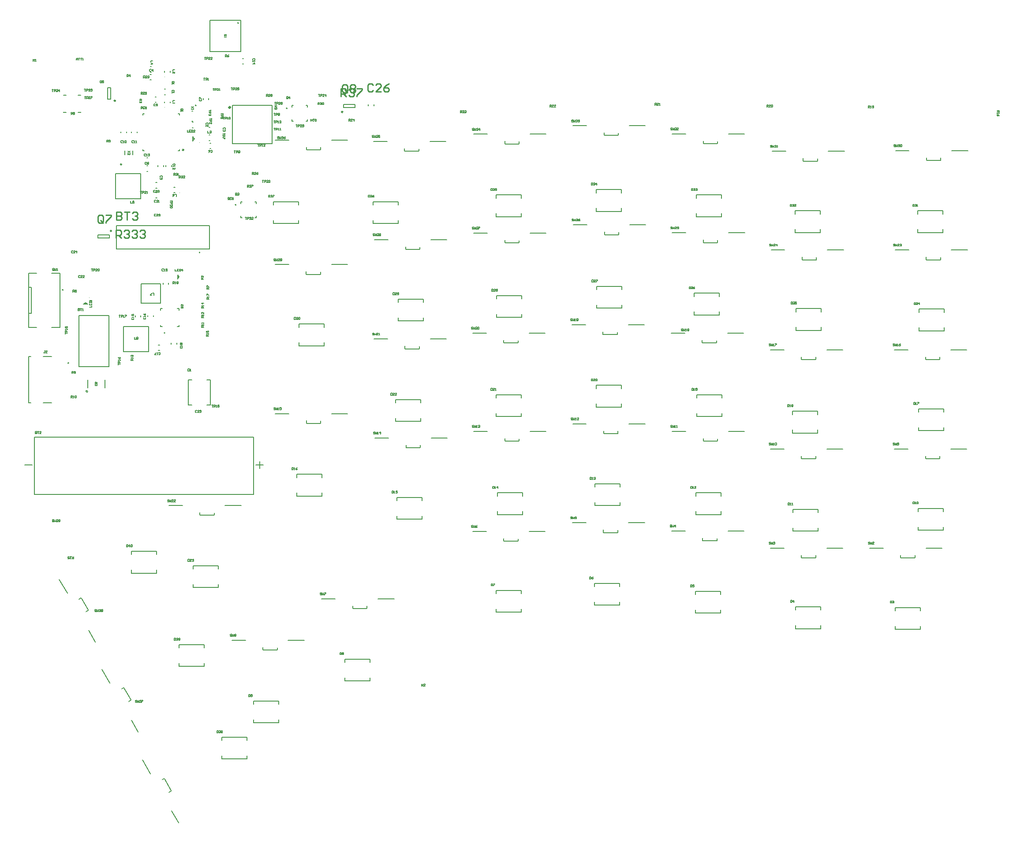
<source format=gto>
G04*
G04 #@! TF.GenerationSoftware,Altium Limited,Altium Designer,24.8.2 (39)*
G04*
G04 Layer_Color=65535*
%FSLAX44Y44*%
%MOMM*%
G71*
G04*
G04 #@! TF.SameCoordinates,725FF0F6-F25A-4342-A06E-65F6636654C1*
G04*
G04*
G04 #@! TF.FilePolarity,Positive*
G04*
G01*
G75*
%ADD10C,0.2500*%
%ADD11C,0.2000*%
%ADD12C,0.1000*%
%ADD13C,0.1524*%
%ADD14C,0.2540*%
%ADD15C,0.3000*%
%ADD16C,0.1270*%
%ADD17C,0.2050*%
%ADD18C,0.2032*%
D10*
X303032Y729804D02*
G03*
X303032Y729804I-1250J0D01*
G01*
X608534Y802816D02*
G03*
X608534Y802816I-1250J0D01*
G01*
X164602Y574118D02*
G03*
X164602Y574118I-1250J0D01*
G01*
X172016Y824200D02*
G03*
X172016Y824200I-1250J0D01*
G01*
D11*
X82334Y320330D02*
G03*
X82334Y320330I-1000J0D01*
G01*
X408416Y973582D02*
G03*
X408416Y973582I-1000J0D01*
G01*
X71806Y460690D02*
G03*
X71806Y460690I-1000J0D01*
G01*
X267352Y377916D02*
G03*
X267352Y377916I-1000J0D01*
G01*
X334398Y532602D02*
G03*
X334398Y532602I-1000J0D01*
G01*
X502030Y809600D02*
G03*
X502030Y809600I-1000J0D01*
G01*
X403732Y624180D02*
G03*
X403732Y624180I-1000J0D01*
G01*
X295282Y728304D02*
Y731004D01*
X292582Y728304D02*
X295282D01*
X224282D02*
X226982D01*
X224282D02*
Y731004D01*
Y796604D02*
Y799304D01*
X226982D01*
X295282Y796604D02*
Y799304D01*
X292582D02*
X295282D01*
X610284Y810816D02*
Y816816D01*
X632284Y810816D02*
Y816816D01*
X610284Y810816D02*
X632284D01*
X610284Y816816D02*
X632284D01*
X667936Y814848D02*
Y816848D01*
X657436Y814848D02*
Y816848D01*
X160352Y560118D02*
Y566118D01*
X138352Y560118D02*
Y566118D01*
X160352D01*
X138352Y560118D02*
X160352D01*
X292362Y485648D02*
X294362D01*
X244772Y409351D02*
Y411351D01*
X234272Y409351D02*
Y411351D01*
X263482Y471948D02*
Y473948D01*
X273982Y471948D02*
Y473948D01*
X254498Y344486D02*
X256498D01*
X254498Y354986D02*
X256498D01*
X289704Y356610D02*
Y358610D01*
X279204Y356610D02*
Y358610D01*
X220642Y409210D02*
Y411210D01*
X210142Y409210D02*
Y411210D01*
X100300Y802142D02*
X105400D01*
X72400D02*
X77500D01*
X100300Y835142D02*
X105400D01*
X72400D02*
X77500D01*
X105400Y802142D02*
Y802392D01*
Y834892D02*
Y835142D01*
X72400Y802142D02*
Y802392D01*
Y834892D02*
Y835142D01*
X238522Y864446D02*
X240522D01*
X238522Y874946D02*
X240522D01*
X248428Y821012D02*
X250428D01*
X248428Y831512D02*
X250428D01*
X353063Y732000D02*
X355063D01*
X353063Y742500D02*
X355063D01*
X351806Y772584D02*
X353806D01*
X351806Y762084D02*
X353806D01*
X319548Y782998D02*
X321548D01*
X319548Y772498D02*
X321548D01*
X249444Y647616D02*
X251444D01*
X249444Y637116D02*
X251444D01*
X232426Y688424D02*
X234426D01*
X232426Y698924D02*
X234426D01*
X249444Y666920D02*
X251444D01*
X249444Y656420D02*
X251444D01*
X279570Y697754D02*
Y699754D01*
X269070Y697754D02*
Y699754D01*
X264076Y698008D02*
Y700008D01*
X253576Y698008D02*
Y700008D01*
X351552Y747860D02*
X353552D01*
X351552Y758360D02*
X353552D01*
X182710Y762524D02*
Y764524D01*
X193210Y762524D02*
Y764524D01*
X203030Y762664D02*
Y764664D01*
X213530Y762664D02*
Y764664D01*
X232426Y703664D02*
X234426D01*
X232426Y714164D02*
X234426D01*
X266509Y820436D02*
Y822436D01*
X277010Y820436D02*
Y822436D01*
X265954Y835744D02*
X267954D01*
X265954Y846244D02*
X267954D01*
X238776Y889424D02*
X240776D01*
X238776Y878924D02*
X240776D01*
X266510Y879110D02*
Y881110D01*
X277010Y879110D02*
Y881110D01*
X114554Y434094D02*
Y436094D01*
X284242Y647276D02*
X286242D01*
X284242Y657776D02*
X286242D01*
X350944Y826532D02*
Y828532D01*
X340444Y826532D02*
Y828532D01*
X321572Y750824D02*
X323572D01*
X156766Y827200D02*
X162766D01*
X156766Y849200D02*
X162766D01*
Y827200D02*
Y849200D01*
X156766Y827200D02*
Y849200D01*
X415814Y905426D02*
X417814D01*
X415814Y894926D02*
X417814D01*
D12*
X304362Y478648D02*
G03*
X304362Y478648I-500J0D01*
G01*
X68900Y835142D02*
G03*
X68900Y835142I-500J0D01*
G01*
X266938Y811515D02*
G03*
X266938Y811515I-500J0D01*
G01*
X277375Y835673D02*
G03*
X277375Y835673I-500J0D01*
G01*
X266938Y870189D02*
G03*
X266938Y870189I-500J0D01*
G01*
X122054Y445594D02*
G03*
X122054Y445594I-500J0D01*
G01*
X295663Y647205D02*
G03*
X295663Y647205I-500J0D01*
G01*
X333572Y743824D02*
G03*
X333572Y743824I-500J0D01*
G01*
D13*
X327177Y815263D02*
G03*
X327177Y815263I-1016J0D01*
G01*
X118634Y265470D02*
G03*
X118634Y265470I-1796J0D01*
G01*
X1760982Y34696D02*
Y41021D01*
Y-889D02*
Y5436D01*
X1712722Y-889D02*
X1760982D01*
X1712722Y34696D02*
Y41021D01*
X1760982D01*
X1712722Y-889D02*
Y5436D01*
X503652Y-212616D02*
X534385D01*
X395448D02*
X421609D01*
X455137Y-230650D02*
Y-226078D01*
Y-230650D02*
X455900Y-231412D01*
X481808D01*
X482570Y-230650D01*
Y-226586D01*
X342646Y-227178D02*
Y-220853D01*
Y-262763D02*
Y-256438D01*
X294386Y-262763D02*
X342646D01*
X294386Y-227178D02*
Y-220853D01*
X342646D01*
X294386Y-262763D02*
Y-256438D01*
X1347195Y377457D02*
X1377929D01*
X1238991D02*
X1265153D01*
X1298681Y359423D02*
Y363995D01*
Y359423D02*
X1299443Y358661D01*
X1325351D01*
X1326113Y359423D01*
Y363487D01*
X565912Y730504D02*
Y734568D01*
X565150Y729742D02*
X565912Y730504D01*
X539242Y729742D02*
X565150D01*
X538480Y730504D02*
X539242Y729742D01*
X538480Y730504D02*
Y735076D01*
X478790Y748538D02*
X504952D01*
X586994D02*
X617728D01*
X221234Y434946D02*
Y472284D01*
Y434946D02*
X258572D01*
Y472284D01*
X221234D02*
X258572D01*
X187198Y341884D02*
X235712D01*
Y390398D01*
X187198Y341884D02*
Y390398D01*
X235712D01*
X318990Y804545D02*
X320583D01*
X318990Y784987D02*
X320583D01*
X220726Y635508D02*
Y684022D01*
X172212D02*
X220726D01*
X172212Y635508D02*
X220726D01*
X172212D02*
Y684022D01*
X312293Y287782D02*
X318618D01*
X347878D02*
X354203D01*
Y239522D02*
Y287782D01*
X312293Y239522D02*
X318618D01*
X312293D02*
Y287782D01*
X347878Y239522D02*
X354203D01*
X472694Y741934D02*
Y815594D01*
X396494Y741934D02*
X472694D01*
X396494D02*
Y815594D01*
X472694D01*
X1668780Y-191389D02*
Y-185064D01*
Y-149479D02*
X1717040D01*
X1668780Y-155804D02*
Y-149479D01*
Y-191389D02*
X1717040D01*
Y-185064D01*
Y-155804D02*
Y-149479D01*
X1477518Y-190119D02*
Y-183794D01*
Y-148209D02*
X1525778D01*
X1477518Y-154534D02*
Y-148209D01*
Y-190119D02*
X1525778D01*
Y-183794D01*
Y-154534D02*
Y-148209D01*
X1285494Y-160401D02*
Y-154076D01*
Y-118491D02*
X1333754D01*
X1285494Y-124816D02*
Y-118491D01*
Y-160401D02*
X1333754D01*
Y-154076D01*
Y-124816D02*
Y-118491D01*
X1091692Y-144907D02*
Y-138582D01*
Y-102997D02*
X1139952D01*
X1091692Y-109322D02*
Y-102997D01*
Y-144907D02*
X1139952D01*
Y-138582D01*
Y-109322D02*
Y-102997D01*
X902716Y-158369D02*
Y-152044D01*
Y-116459D02*
X950976D01*
X902716Y-122784D02*
Y-116459D01*
Y-158369D02*
X950976D01*
Y-152044D01*
Y-122784D02*
Y-116459D01*
X612394Y-290449D02*
Y-284124D01*
Y-248539D02*
X660654D01*
X612394Y-254864D02*
Y-248539D01*
Y-290449D02*
X660654D01*
Y-284124D01*
Y-254864D02*
Y-248539D01*
X436880Y-370967D02*
Y-364642D01*
Y-329057D02*
X485140D01*
X436880Y-335382D02*
Y-329057D01*
Y-370967D02*
X485140D01*
Y-364642D01*
Y-335382D02*
Y-329057D01*
X1472958Y-2787D02*
Y3538D01*
Y39123D02*
X1521218D01*
X1472958Y32799D02*
Y39123D01*
Y-2787D02*
X1521218D01*
Y3538D01*
Y32799D02*
Y39123D01*
X1286014Y28963D02*
Y35288D01*
Y70873D02*
X1334274D01*
X1286014Y64549D02*
Y70873D01*
Y28963D02*
X1334274D01*
Y35288D01*
Y64549D02*
Y70873D01*
X1092720Y46235D02*
Y52560D01*
Y88145D02*
X1140980D01*
X1092720Y81820D02*
Y88145D01*
Y46235D02*
X1140980D01*
Y52560D01*
Y81820D02*
Y88145D01*
X905776Y28963D02*
Y35288D01*
Y70873D02*
X954036D01*
X905776Y64549D02*
Y70873D01*
Y28963D02*
X954036D01*
Y35288D01*
Y64549D02*
Y70873D01*
X712216Y19939D02*
Y26264D01*
Y61849D02*
X760476D01*
X712216Y55524D02*
Y61849D01*
Y19939D02*
X760476D01*
Y26264D01*
Y55524D02*
Y61849D01*
X520192Y64643D02*
Y70968D01*
Y106553D02*
X568452D01*
X520192Y100228D02*
Y106553D01*
Y64643D02*
X568452D01*
Y70968D01*
Y100228D02*
Y106553D01*
X1713738Y190373D02*
Y196698D01*
Y232283D02*
X1761998D01*
X1713738Y225958D02*
Y232283D01*
Y190373D02*
X1761998D01*
Y196698D01*
Y225958D02*
Y232283D01*
X1471942Y185681D02*
Y192006D01*
Y227591D02*
X1520202D01*
X1471942Y221266D02*
Y227591D01*
Y185681D02*
X1520202D01*
Y192006D01*
Y221266D02*
Y227591D01*
X1287792Y217431D02*
Y223756D01*
Y259341D02*
X1336052D01*
X1287792Y253016D02*
Y259341D01*
Y217431D02*
X1336052D01*
Y223756D01*
Y253016D02*
Y259341D01*
X1095260Y235465D02*
Y241790D01*
Y277375D02*
X1143520D01*
X1095260Y271050D02*
Y277375D01*
Y235465D02*
X1143520D01*
Y241790D01*
Y271050D02*
Y277375D01*
X902474Y217431D02*
Y223756D01*
Y259341D02*
X950734D01*
X902474Y253016D02*
Y259341D01*
Y217431D02*
X950734D01*
Y223756D01*
Y253016D02*
Y259341D01*
X710184Y208153D02*
Y214478D01*
Y250063D02*
X758444D01*
X710184Y243738D02*
Y250063D01*
Y208153D02*
X758444D01*
Y214478D01*
Y243738D02*
Y250063D01*
X320802Y-111125D02*
Y-104800D01*
Y-69215D02*
X369062D01*
X320802Y-75540D02*
Y-69215D01*
Y-111125D02*
X369062D01*
Y-104800D01*
Y-75540D02*
Y-69215D01*
X1714512Y382023D02*
Y388348D01*
Y423933D02*
X1762772D01*
X1714512Y417608D02*
Y423933D01*
Y382023D02*
X1762772D01*
Y388348D01*
Y417608D02*
Y423933D01*
X1478292Y383039D02*
Y389364D01*
Y424949D02*
X1526552D01*
X1478292Y418624D02*
Y424949D01*
Y383039D02*
X1526552D01*
Y389364D01*
Y418624D02*
Y424949D01*
X1282712Y412503D02*
Y418828D01*
Y454413D02*
X1330972D01*
X1282712Y448088D02*
Y454413D01*
Y412503D02*
X1330972D01*
Y418828D01*
Y448088D02*
Y454413D01*
X1096264Y425577D02*
Y431902D01*
Y467487D02*
X1144524D01*
X1096264Y461162D02*
Y467487D01*
Y425577D02*
X1144524D01*
Y431902D01*
Y461162D02*
Y467487D01*
X903998Y407931D02*
Y414256D01*
Y449841D02*
X952258D01*
X903998Y443517D02*
Y449841D01*
Y407931D02*
X952258D01*
Y414256D01*
Y443517D02*
Y449841D01*
X714502Y400939D02*
Y407264D01*
Y442849D02*
X762762D01*
X714502Y436524D02*
Y442849D01*
Y400939D02*
X762762D01*
Y407264D01*
Y436524D02*
Y442849D01*
X524764Y353187D02*
Y359512D01*
Y395097D02*
X573024D01*
X524764Y388772D02*
Y395097D01*
Y353187D02*
X573024D01*
Y359512D01*
Y388772D02*
Y395097D01*
X1712226Y570745D02*
Y577070D01*
Y612655D02*
X1760486D01*
X1712226Y606330D02*
Y612655D01*
Y570745D02*
X1760486D01*
Y577070D01*
Y606330D02*
Y612655D01*
X1476768Y570745D02*
Y577070D01*
Y612655D02*
X1525028D01*
X1476768Y606330D02*
Y612655D01*
Y570745D02*
X1525028D01*
Y577070D01*
Y606330D02*
Y612655D01*
X1287284Y601225D02*
Y607550D01*
Y643135D02*
X1335544D01*
X1287284Y636810D02*
Y643135D01*
Y601225D02*
X1335544D01*
Y607550D01*
Y636810D02*
Y643135D01*
X1095006Y611639D02*
Y617964D01*
Y653549D02*
X1143266D01*
X1095006Y647225D02*
Y653549D01*
Y611639D02*
X1143266D01*
Y617964D01*
Y647225D02*
Y653549D01*
X902474Y601225D02*
Y607550D01*
Y643135D02*
X950734D01*
X902474Y636810D02*
Y643135D01*
Y601225D02*
X950734D01*
Y607550D01*
Y636810D02*
Y643135D01*
X715264Y623976D02*
Y630301D01*
X667004Y588391D02*
X715264D01*
Y594716D01*
X667004Y630301D02*
X715264D01*
X667004Y623976D02*
Y630301D01*
Y588391D02*
Y594716D01*
X523748Y623976D02*
Y630301D01*
X475488Y588391D02*
X523748D01*
Y594716D01*
X475488Y630301D02*
X523748D01*
X475488Y623976D02*
Y630301D01*
Y588391D02*
Y594716D01*
X375920Y-440563D02*
Y-434238D01*
Y-398653D02*
X424180D01*
X375920Y-404978D02*
Y-398653D01*
Y-440563D02*
X424180D01*
Y-434238D01*
Y-404978D02*
Y-398653D01*
X202692Y-83439D02*
Y-77114D01*
Y-41529D02*
X250952D01*
X202692Y-47854D02*
Y-41529D01*
Y-83439D02*
X250952D01*
Y-77114D01*
Y-47854D02*
Y-41529D01*
X223539Y-442341D02*
X238906Y-468957D01*
X279927Y-540008D02*
X293008Y-562664D01*
X274822Y-504240D02*
X278781Y-501954D01*
X279060Y-500913D01*
X266106Y-478477D02*
X279060Y-500913D01*
X265065Y-478198D02*
X266106Y-478477D01*
X261546Y-480230D02*
X265065Y-478198D01*
X183957Y-306022D02*
X187476Y-303990D01*
X188517Y-304269D01*
X201471Y-326706D01*
X201192Y-327746D02*
X201471Y-326706D01*
X197233Y-330032D02*
X201192Y-327746D01*
X202338Y-365800D02*
X215419Y-388456D01*
X145950Y-268133D02*
X161317Y-294749D01*
X64162Y-95667D02*
X79529Y-122283D01*
X120550Y-193334D02*
X133631Y-215990D01*
X115445Y-157566D02*
X119404Y-155280D01*
X119683Y-154240D01*
X106729Y-131803D02*
X119683Y-154240D01*
X105688Y-131524D02*
X106729Y-131803D01*
X102169Y-133556D02*
X105688Y-131524D01*
X776478Y366268D02*
X807212D01*
X668274D02*
X694436D01*
X727964Y348234D02*
Y352806D01*
Y348234D02*
X728726Y347472D01*
X754634D01*
X755396Y348234D01*
Y352298D01*
X361442Y28448D02*
Y32512D01*
X360680Y27686D02*
X361442Y28448D01*
X334772Y27686D02*
X360680D01*
X334010Y28448D02*
X334772Y27686D01*
X334010Y28448D02*
Y33020D01*
X274320Y46482D02*
X300482D01*
X382524D02*
X413258D01*
X1776984Y537210D02*
X1807718D01*
X1668780D02*
X1694942D01*
X1728470Y519176D02*
Y523748D01*
Y519176D02*
X1729232Y518414D01*
X1755140D01*
X1755902Y519176D01*
Y523240D01*
X1517904Y519176D02*
Y523240D01*
X1517142Y518414D02*
X1517904Y519176D01*
X1491234Y518414D02*
X1517142D01*
X1490472Y519176D02*
X1491234Y518414D01*
X1490472Y519176D02*
Y523748D01*
X1430782Y537210D02*
X1456944D01*
X1538986D02*
X1569720D01*
X1349248Y570230D02*
X1379982D01*
X1241044D02*
X1267206D01*
X1300734Y552196D02*
Y556768D01*
Y552196D02*
X1301496Y551434D01*
X1327404D01*
X1328166Y552196D01*
Y556260D01*
X1138428Y567436D02*
Y571500D01*
X1137666Y566674D02*
X1138428Y567436D01*
X1111758Y566674D02*
X1137666D01*
X1110996Y567436D02*
X1111758Y566674D01*
X1110996Y567436D02*
Y572008D01*
X1051306Y585470D02*
X1077468D01*
X1159510D02*
X1190244D01*
X967988Y569693D02*
X998722D01*
X859784D02*
X885946D01*
X919474Y551659D02*
Y556231D01*
Y551659D02*
X920236Y550897D01*
X946144D01*
X946906Y551659D01*
Y555723D01*
X756405Y538959D02*
Y543023D01*
X755643Y538197D02*
X756405Y538959D01*
X729735Y538197D02*
X755643D01*
X728973Y538959D02*
X729735Y538197D01*
X728973Y538959D02*
Y543531D01*
X669283Y556993D02*
X695445D01*
X777487D02*
X808221D01*
X586740Y509270D02*
X617474D01*
X478536D02*
X504698D01*
X538226Y491236D02*
Y495808D01*
Y491236D02*
X538988Y490474D01*
X564896D01*
X565658Y491236D01*
Y495300D01*
X1756664Y710184D02*
Y714248D01*
X1755902Y709422D02*
X1756664Y710184D01*
X1729994Y709422D02*
X1755902D01*
X1729232Y710184D02*
X1729994Y709422D01*
X1729232Y710184D02*
Y714756D01*
X1669542Y728218D02*
X1695704D01*
X1777746D02*
X1808480D01*
X1540764Y726948D02*
X1571498D01*
X1432560D02*
X1458722D01*
X1492250Y708914D02*
Y713486D01*
Y708914D02*
X1493012Y708152D01*
X1518920D01*
X1519682Y708914D01*
Y712978D01*
X1327910Y742161D02*
Y746225D01*
X1327148Y741399D02*
X1327910Y742161D01*
X1301240Y741399D02*
X1327148D01*
X1300478Y742161D02*
X1301240Y741399D01*
X1300478Y742161D02*
Y746733D01*
X1240788Y760195D02*
X1266950D01*
X1348992D02*
X1379726D01*
X1158494Y776224D02*
X1189228D01*
X1050290D02*
X1076452D01*
X1109980Y758190D02*
Y762762D01*
Y758190D02*
X1110742Y757428D01*
X1136650D01*
X1137412Y758190D01*
Y762254D01*
X946912Y741934D02*
Y745998D01*
X946150Y741172D02*
X946912Y741934D01*
X920242Y741172D02*
X946150D01*
X919480Y741934D02*
X920242Y741172D01*
X919480Y741934D02*
Y746506D01*
X859790Y759968D02*
X885952D01*
X967994D02*
X998728D01*
X775690Y745734D02*
X806424D01*
X667486D02*
X693648D01*
X727176Y727700D02*
Y732272D01*
Y727700D02*
X727938Y726938D01*
X753846D01*
X754608Y727700D01*
Y731764D01*
X1707115Y-53330D02*
Y-49266D01*
X1706353Y-54092D02*
X1707115Y-53330D01*
X1680445Y-54092D02*
X1706353D01*
X1679683Y-53330D02*
X1680445Y-54092D01*
X1679683Y-53330D02*
Y-48758D01*
X1619993Y-35296D02*
X1646155D01*
X1728197D02*
X1758931D01*
X1537696D02*
X1568430D01*
X1429492D02*
X1455654D01*
X1489182Y-53330D02*
Y-48758D01*
Y-53330D02*
X1489944Y-54092D01*
X1515852D01*
X1516614Y-53330D01*
Y-49266D01*
X1326896Y-20828D02*
Y-16764D01*
X1326134Y-21590D02*
X1326896Y-20828D01*
X1300226Y-21590D02*
X1326134D01*
X1299464Y-20828D02*
X1300226Y-21590D01*
X1299464Y-20828D02*
Y-16256D01*
X1239774Y-2794D02*
X1265936D01*
X1347978D02*
X1378712D01*
X1157224Y13208D02*
X1187958D01*
X1049020D02*
X1075182D01*
X1108710Y-4826D02*
Y-254D01*
Y-4826D02*
X1109472Y-5588D01*
X1135380D01*
X1136142Y-4826D01*
Y-762D01*
X945110Y-21580D02*
Y-17516D01*
X944348Y-22342D02*
X945110Y-21580D01*
X918440Y-22342D02*
X944348D01*
X917678Y-21580D02*
X918440Y-22342D01*
X917678Y-21580D02*
Y-17008D01*
X857988Y-3546D02*
X884150D01*
X966192D02*
X996926D01*
X676148Y-132842D02*
X706882D01*
X567944D02*
X594106D01*
X627634Y-150876D02*
Y-146304D01*
Y-150876D02*
X628396Y-151638D01*
X654304D01*
X655066Y-150876D01*
Y-146812D01*
X1775822Y155205D02*
X1806556D01*
X1667618D02*
X1693780D01*
X1727308Y137171D02*
Y141743D01*
Y137171D02*
X1728070Y136409D01*
X1753978D01*
X1754740Y137171D01*
Y141235D01*
X1516614Y137171D02*
Y141235D01*
X1515852Y136409D02*
X1516614Y137171D01*
X1489944Y136409D02*
X1515852D01*
X1489182Y137171D02*
X1489944Y136409D01*
X1489182Y137171D02*
Y141743D01*
X1429492Y155205D02*
X1455654D01*
X1537696D02*
X1568430D01*
X1348991Y188691D02*
X1379725D01*
X1240787D02*
X1266949D01*
X1300477Y170657D02*
Y175229D01*
Y170657D02*
X1301239Y169895D01*
X1327147D01*
X1327909Y170657D01*
Y174721D01*
X1136904Y185166D02*
Y189230D01*
X1136142Y184404D02*
X1136904Y185166D01*
X1110234Y184404D02*
X1136142D01*
X1109472Y185166D02*
X1110234Y184404D01*
X1109472Y185166D02*
Y189738D01*
X1049782Y203200D02*
X1075944D01*
X1157986D02*
X1188720D01*
X967988Y188691D02*
X998722D01*
X859784D02*
X885946D01*
X919474Y170657D02*
Y175229D01*
Y170657D02*
X920236Y169895D01*
X946144D01*
X946906Y170657D01*
Y174721D01*
X757174Y158242D02*
Y162306D01*
X756412Y157480D02*
X757174Y158242D01*
X730504Y157480D02*
X756412D01*
X729742Y158242D02*
X730504Y157480D01*
X729742Y158242D02*
Y162814D01*
X670052Y176276D02*
X696214D01*
X778256D02*
X808990D01*
X586994Y223012D02*
X617728D01*
X478790D02*
X504952D01*
X538480Y204978D02*
Y209550D01*
Y204978D02*
X539242Y204216D01*
X565150D01*
X565912Y204978D01*
Y209042D01*
X1754740Y327672D02*
Y331736D01*
X1753978Y326910D02*
X1754740Y327672D01*
X1728070Y326910D02*
X1753978D01*
X1727308Y327672D02*
X1728070Y326910D01*
X1727308Y327672D02*
Y332244D01*
X1667618Y345706D02*
X1693780D01*
X1775822D02*
X1806556D01*
X1537696D02*
X1568430D01*
X1429492D02*
X1455654D01*
X1489182Y327672D02*
Y332244D01*
Y327672D02*
X1489944Y326910D01*
X1515852D01*
X1516614Y327672D01*
Y331736D01*
X1156693Y393433D02*
X1187427D01*
X1048489D02*
X1074651D01*
X1108179Y375399D02*
Y379971D01*
Y375399D02*
X1108941Y374637D01*
X1134849D01*
X1135611Y375399D01*
Y379463D01*
X945110Y359423D02*
Y363487D01*
X944348Y358661D02*
X945110Y359423D01*
X918440Y358661D02*
X944348D01*
X917678Y359423D02*
X918440Y358661D01*
X917678Y359423D02*
Y363995D01*
X857988Y377457D02*
X884150D01*
X966192D02*
X996926D01*
D14*
X184016Y701802D02*
G03*
X184016Y701802I-1136J0D01*
G01*
X666747Y854198D02*
X664208Y856737D01*
X659129D01*
X656590Y854198D01*
Y844041D01*
X659129Y841502D01*
X664208D01*
X666747Y844041D01*
X681982Y841502D02*
X671825D01*
X681982Y851659D01*
Y854198D01*
X679443Y856737D01*
X674364D01*
X671825Y854198D01*
X697217Y856737D02*
X692139Y854198D01*
X687060Y849119D01*
Y844041D01*
X689599Y841502D01*
X694678D01*
X697217Y844041D01*
Y846580D01*
X694678Y849119D01*
X687060D01*
X172720Y560832D02*
Y576067D01*
X180338D01*
X182877Y573528D01*
Y568450D01*
X180338Y565910D01*
X172720D01*
X177798D02*
X182877Y560832D01*
X187955Y573528D02*
X190494Y576067D01*
X195573D01*
X198112Y573528D01*
Y570989D01*
X195573Y568450D01*
X193033D01*
X195573D01*
X198112Y565910D01*
Y563371D01*
X195573Y560832D01*
X190494D01*
X187955Y563371D01*
X203190Y573528D02*
X205729Y576067D01*
X210808D01*
X213347Y573528D01*
Y570989D01*
X210808Y568450D01*
X208269D01*
X210808D01*
X213347Y565910D01*
Y563371D01*
X210808Y560832D01*
X205729D01*
X203190Y563371D01*
X218425Y573528D02*
X220964Y576067D01*
X226043D01*
X228582Y573528D01*
Y570989D01*
X226043Y568450D01*
X223504D01*
X226043D01*
X228582Y565910D01*
Y563371D01*
X226043Y560832D01*
X220964D01*
X218425Y563371D01*
X604774Y832358D02*
Y847593D01*
X612392D01*
X614931Y845054D01*
Y839976D01*
X612392Y837436D01*
X604774D01*
X609852D02*
X614931Y832358D01*
X620009Y845054D02*
X622548Y847593D01*
X627627D01*
X630166Y845054D01*
Y842515D01*
X627627Y839976D01*
X625087D01*
X627627D01*
X630166Y837436D01*
Y834897D01*
X627627Y832358D01*
X622548D01*
X620009Y834897D01*
X635244Y847593D02*
X645401D01*
Y845054D01*
X635244Y834897D01*
Y832358D01*
X617471Y842263D02*
Y852420D01*
X614931Y854959D01*
X609853D01*
X607314Y852420D01*
Y842263D01*
X609853Y839724D01*
X614931D01*
X612392Y844802D02*
X617471Y839724D01*
X614931D02*
X617471Y842263D01*
X622549Y852420D02*
X625088Y854959D01*
X630167D01*
X632706Y852420D01*
Y849881D01*
X630167Y847342D01*
X632706Y844802D01*
Y842263D01*
X630167Y839724D01*
X625088D01*
X622549Y842263D01*
Y844802D01*
X625088Y847342D01*
X622549Y849881D01*
Y852420D01*
X625088Y847342D02*
X630167D01*
X148333Y591565D02*
Y601722D01*
X145794Y604261D01*
X140715D01*
X138176Y601722D01*
Y591565D01*
X140715Y589026D01*
X145794D01*
X143254Y594104D02*
X148333Y589026D01*
X145794D02*
X148333Y591565D01*
X153411Y604261D02*
X163568D01*
Y601722D01*
X153411Y591565D01*
Y589026D01*
X173736Y610103D02*
Y594868D01*
X181353D01*
X183893Y597407D01*
Y599946D01*
X181353Y602486D01*
X173736D01*
X181353D01*
X183893Y605025D01*
Y607564D01*
X181353Y610103D01*
X173736D01*
X188971D02*
X199128D01*
X194049D01*
Y594868D01*
X204206Y607564D02*
X206745Y610103D01*
X211824D01*
X214363Y607564D01*
Y605025D01*
X211824Y602486D01*
X209284D01*
X211824D01*
X214363Y599946D01*
Y597407D01*
X211824Y594868D01*
X206745D01*
X204206Y597407D01*
D15*
X391158Y809845D02*
G03*
X391027Y809851I0J1500D01*
G01*
D16*
X33034Y243630D02*
X49834D01*
X5332D02*
X9634D01*
X33034Y333030D02*
X49834D01*
X5332D02*
X9634D01*
X5332Y243630D02*
Y333030D01*
X353032Y918690D02*
X413032D01*
X353032D02*
Y978690D01*
X413032D01*
Y918690D02*
Y978690D01*
X49831Y492690D02*
X65306D01*
X5306D02*
X20781D01*
X49831Y388690D02*
X65306D01*
X5306D02*
X20781D01*
X5306Y465690D02*
Y492690D01*
Y415690D02*
Y465690D01*
Y388690D02*
Y415690D01*
X65306Y388690D02*
Y492690D01*
X5306Y465690D02*
X10414D01*
Y415690D02*
Y465690D01*
X5306Y415690D02*
X10414D01*
X293852Y389916D02*
Y393016D01*
Y421816D02*
Y424916D01*
X258852Y389916D02*
Y393016D01*
Y421816D02*
Y424916D01*
X261952D01*
X290752D02*
X293852D01*
X258852Y389916D02*
X261952D01*
X290752D02*
X293852D01*
X173898Y584602D02*
X352898D01*
X173898Y539602D02*
Y584602D01*
X352898Y539602D02*
Y584602D01*
X173898Y539602D02*
X352898D01*
X-2178Y124460D02*
X11822D01*
X441822D02*
X455822D01*
X448822Y117460D02*
Y131460D01*
X16822Y177800D02*
X436822D01*
X16822Y67310D02*
Y177800D01*
Y67310D02*
X436822D01*
Y177800D01*
X510780Y812100D02*
Y815100D01*
Y785100D02*
Y788100D01*
X540780Y812100D02*
Y815100D01*
Y785100D02*
Y788100D01*
X510780Y815100D02*
X513780D01*
X510780Y785100D02*
X513780D01*
X537780Y815100D02*
X540780D01*
X537780Y785100D02*
X540780D01*
X204858Y720100D02*
Y727700D01*
X189858Y720100D02*
Y727700D01*
X101854Y313436D02*
X159258D01*
X101854Y411734D02*
X159258D01*
X101854Y313436D02*
Y411734D01*
X159258Y313436D02*
Y411734D01*
X439482Y599680D02*
X442482D01*
X439482Y629680D02*
X442482D01*
X412482Y599680D02*
X415482D01*
X412482Y629680D02*
X415482D01*
X442482Y599680D02*
Y602680D01*
Y626680D02*
Y629680D01*
X412482Y599680D02*
Y602680D01*
Y626680D02*
Y629680D01*
X1617474Y810515D02*
Y814577D01*
X1619505D01*
X1620182Y813900D01*
Y812546D01*
X1619505Y811869D01*
X1617474D01*
X1618828D02*
X1620182Y810515D01*
X1621536D02*
X1622891D01*
X1622213D01*
Y814577D01*
X1621536Y813900D01*
X1624922Y811192D02*
X1625599Y810515D01*
X1626953D01*
X1627630Y811192D01*
Y813900D01*
X1626953Y814577D01*
X1625599D01*
X1624922Y813900D01*
Y813223D01*
X1625599Y812546D01*
X1627630D01*
X203878Y406316D02*
X203201Y405639D01*
Y404285D01*
X203878Y403608D01*
X206586D01*
X207263Y404285D01*
Y405639D01*
X206586Y406316D01*
X207263Y407670D02*
Y409025D01*
Y408348D01*
X203201D01*
X203878Y407670D01*
X203201Y413764D02*
Y411056D01*
X205232D01*
X204555Y412410D01*
Y413087D01*
X205232Y413764D01*
X206586D01*
X207263Y413087D01*
Y411733D01*
X206586Y411056D01*
X226738Y407586D02*
X226061Y406909D01*
Y405555D01*
X226738Y404878D01*
X229446D01*
X230123Y405555D01*
Y406909D01*
X229446Y407586D01*
X230123Y408940D02*
Y410295D01*
Y409618D01*
X226061D01*
X226738Y408940D01*
X226061Y415034D02*
X226738Y413680D01*
X228092Y412326D01*
X229446D01*
X230123Y413003D01*
Y414357D01*
X229446Y415034D01*
X228769D01*
X228092Y414357D01*
Y412326D01*
X255074Y336951D02*
X255751Y336274D01*
X257105D01*
X257782Y336951D01*
Y339660D01*
X257105Y340337D01*
X255751D01*
X255074Y339660D01*
X253720Y340337D02*
X252365D01*
X253043D01*
Y336274D01*
X253720Y336951D01*
X250334Y336274D02*
X247626D01*
Y336951D01*
X250334Y339660D01*
Y340337D01*
X296930Y351176D02*
X296252Y350499D01*
Y349144D01*
X296930Y348467D01*
X299638D01*
X300315Y349144D01*
Y350499D01*
X299638Y351176D01*
X300315Y352530D02*
Y353884D01*
Y353207D01*
X296252D01*
X296930Y352530D01*
Y355916D02*
X296252Y356593D01*
Y357947D01*
X296930Y358624D01*
X297607D01*
X298284Y357947D01*
X298961Y358624D01*
X299638D01*
X300315Y357947D01*
Y356593D01*
X299638Y355916D01*
X298961D01*
X298284Y356593D01*
X297607Y355916D01*
X296930D01*
X298284Y356593D02*
Y357947D01*
X264074Y500718D02*
X263397Y501395D01*
X262043D01*
X261366Y500718D01*
Y498009D01*
X262043Y497332D01*
X263397D01*
X264074Y498009D01*
X265429Y497332D02*
X266783D01*
X266106D01*
Y501395D01*
X265429Y500718D01*
X268814Y498009D02*
X269491Y497332D01*
X270846D01*
X271523Y498009D01*
Y500718D01*
X270846Y501395D01*
X269491D01*
X268814Y500718D01*
Y500041D01*
X269491Y499363D01*
X271523D01*
X328083Y228684D02*
X327405Y229361D01*
X326051D01*
X325374Y228684D01*
Y225975D01*
X326051Y225298D01*
X327405D01*
X328083Y225975D01*
X332145Y225298D02*
X329437D01*
X332145Y228006D01*
Y228684D01*
X331468Y229361D01*
X330114D01*
X329437Y228684D01*
X333499D02*
X334176Y229361D01*
X335531D01*
X336208Y228684D01*
Y228006D01*
X335531Y227329D01*
X334854D01*
X335531D01*
X336208Y226652D01*
Y225975D01*
X335531Y225298D01*
X334176D01*
X333499Y225975D01*
X311404Y308863D02*
Y304800D01*
X313435D01*
X314112Y305477D01*
Y308186D01*
X313435Y308863D01*
X311404D01*
X315467Y304800D02*
X316821D01*
X316144D01*
Y308863D01*
X315467Y308186D01*
X132948Y277193D02*
X137010D01*
Y279225D01*
X136333Y279902D01*
X133625D01*
X132948Y279225D01*
Y277193D01*
X137010Y283964D02*
Y281256D01*
X134302Y283964D01*
X133625D01*
X132948Y283287D01*
Y281933D01*
X133625Y281256D01*
X37169Y343915D02*
X35815D01*
X36492D01*
Y340530D01*
X35815Y339853D01*
X35138D01*
X34460Y340530D01*
X41232Y339853D02*
X38523D01*
X41232Y342561D01*
Y343238D01*
X40554Y343915D01*
X39200D01*
X38523Y343238D01*
X245702Y450441D02*
Y454503D01*
X242993D01*
X241639Y450441D02*
X238930D01*
Y451118D01*
X241639Y453826D01*
Y454503D01*
X208196Y369645D02*
Y365583D01*
X210905D01*
X212259Y368968D02*
X212936Y369645D01*
X214291D01*
X214968Y368968D01*
Y368291D01*
X214291Y367614D01*
X214968Y366937D01*
Y366260D01*
X214291Y365583D01*
X212936D01*
X212259Y366260D01*
Y366937D01*
X212936Y367614D01*
X212259Y368291D01*
Y368968D01*
X212936Y367614D02*
X214291D01*
X122429Y427569D02*
X126491D01*
Y430277D01*
X122429Y434340D02*
Y431632D01*
X126491D01*
Y434340D01*
X124460Y431632D02*
Y432986D01*
X122429Y435694D02*
X126491D01*
Y437726D01*
X125814Y438403D01*
X123106D01*
X122429Y437726D01*
Y435694D01*
X126491Y439757D02*
Y441111D01*
Y440434D01*
X122429D01*
X123106Y439757D01*
X301451Y428373D02*
X298743D01*
X298066Y427696D01*
Y426342D01*
X298743Y425664D01*
X301451D01*
X302128Y426342D01*
Y427696D01*
X300774Y427019D02*
X302128Y428373D01*
Y427696D02*
X301451Y428373D01*
X302128Y432435D02*
Y429727D01*
X299420Y432435D01*
X298743D01*
X298066Y431758D01*
Y430404D01*
X298743Y429727D01*
X341095Y480970D02*
X337033D01*
Y483001D01*
X337710Y483679D01*
X339064D01*
X339741Y483001D01*
Y480970D01*
Y482324D02*
X341095Y483679D01*
Y487741D02*
Y485033D01*
X338387Y487741D01*
X337710D01*
X337033Y487064D01*
Y485710D01*
X337710Y485033D01*
X351509Y462386D02*
X347447D01*
Y464417D01*
X348124Y465094D01*
X349478D01*
X350155Y464417D01*
Y462386D01*
Y463740D02*
X351509Y465094D01*
X347447Y466448D02*
Y469157D01*
X348124D01*
X350832Y466448D01*
X351509D01*
X88308Y300229D02*
Y304291D01*
X90340D01*
X91017Y303614D01*
Y302260D01*
X90340Y301583D01*
X88308D01*
X89663D02*
X91017Y300229D01*
X92371Y300906D02*
X93048Y300229D01*
X94403D01*
X95080Y300906D01*
Y303614D01*
X94403Y304291D01*
X93048D01*
X92371Y303614D01*
Y302937D01*
X93048Y302260D01*
X95080D01*
X86616Y253239D02*
Y257301D01*
X88647D01*
X89324Y256624D01*
Y255270D01*
X88647Y254593D01*
X86616D01*
X87970D02*
X89324Y253239D01*
X90678D02*
X92033D01*
X91355D01*
Y257301D01*
X90678Y256624D01*
X94064D02*
X94741Y257301D01*
X96095D01*
X96772Y256624D01*
Y253916D01*
X96095Y253239D01*
X94741D01*
X94064Y253916D01*
Y256624D01*
X341349Y388862D02*
X337287D01*
Y390893D01*
X337964Y391570D01*
X339318D01*
X339995Y390893D01*
Y388862D01*
Y390216D02*
X341349Y391570D01*
Y392924D02*
Y394278D01*
Y393601D01*
X337287D01*
X337964Y392924D01*
X341349Y396310D02*
Y397664D01*
Y396987D01*
X337287D01*
X337964Y396310D01*
X341349Y407582D02*
X337287D01*
Y409613D01*
X337964Y410290D01*
X339318D01*
X339995Y409613D01*
Y407582D01*
Y408936D02*
X341349Y410290D01*
Y411644D02*
Y412999D01*
Y412321D01*
X337287D01*
X337964Y411644D01*
X341349Y417738D02*
Y415030D01*
X338641Y417738D01*
X337964D01*
X337287Y417061D01*
Y415707D01*
X337964Y415030D01*
X206211Y325153D02*
X202148D01*
Y327184D01*
X202825Y327861D01*
X204179D01*
X204856Y327184D01*
Y325153D01*
Y326507D02*
X206211Y327861D01*
Y329216D02*
Y330570D01*
Y329893D01*
X202148D01*
X202825Y329216D01*
Y332601D02*
X202148Y333278D01*
Y334632D01*
X202825Y335309D01*
X203502D01*
X204179Y334632D01*
Y333955D01*
Y334632D01*
X204856Y335309D01*
X205534D01*
X206211Y334632D01*
Y333278D01*
X205534Y332601D01*
X341349Y425709D02*
X337287D01*
Y427740D01*
X337964Y428417D01*
X339318D01*
X339995Y427740D01*
Y425709D01*
Y427063D02*
X341349Y428417D01*
Y429771D02*
Y431126D01*
Y430448D01*
X337287D01*
X337964Y429771D01*
X341349Y435188D02*
X337287D01*
X339318Y433157D01*
Y435865D01*
X350773Y371858D02*
X346711D01*
Y373889D01*
X347388Y374566D01*
X348742D01*
X349419Y373889D01*
Y371858D01*
Y373212D02*
X350773Y374566D01*
Y375920D02*
Y377275D01*
Y376598D01*
X346711D01*
X347388Y375920D01*
X346711Y382014D02*
Y379306D01*
X348742D01*
X348065Y380660D01*
Y381337D01*
X348742Y382014D01*
X350096D01*
X350773Y381337D01*
Y379983D01*
X350096Y379306D01*
X351509Y442566D02*
X347447D01*
Y444597D01*
X348124Y445274D01*
X349478D01*
X350155Y444597D01*
Y442566D01*
Y443920D02*
X351509Y445274D01*
Y446628D02*
Y447983D01*
Y447306D01*
X347447D01*
X348124Y446628D01*
X347447Y450014D02*
Y452723D01*
X348124D01*
X350832Y450014D01*
X351509D01*
X282194Y472186D02*
Y476249D01*
X284225D01*
X284902Y475572D01*
Y474217D01*
X284225Y473540D01*
X282194D01*
X283548D02*
X284902Y472186D01*
X286257D02*
X287611D01*
X286934D01*
Y476249D01*
X286257Y475572D01*
X289642D02*
X290319Y476249D01*
X291674D01*
X292351Y475572D01*
Y474894D01*
X291674Y474217D01*
X292351Y473540D01*
Y472863D01*
X291674Y472186D01*
X290319D01*
X289642Y472863D01*
Y473540D01*
X290319Y474217D01*
X289642Y474894D01*
Y475572D01*
X290319Y474217D02*
X291674D01*
X357126Y239267D02*
X359835D01*
X358480D01*
Y235205D01*
X361189D02*
Y239267D01*
X363220D01*
X363897Y238590D01*
Y237236D01*
X363220Y236559D01*
X361189D01*
X365252Y235205D02*
X366606D01*
X365929D01*
Y239267D01*
X365252Y238590D01*
X371346Y239267D02*
X368637D01*
Y237236D01*
X369991Y237913D01*
X370669D01*
X371346Y237236D01*
Y235882D01*
X370669Y235205D01*
X369314D01*
X368637Y235882D01*
X177142Y316903D02*
Y319612D01*
Y318258D01*
X181204D01*
Y320966D02*
X177142D01*
Y322997D01*
X177819Y323675D01*
X179173D01*
X179850Y322997D01*
Y320966D01*
X181204Y325029D02*
Y326383D01*
Y325706D01*
X177142D01*
X177819Y325029D01*
X177142Y331123D02*
X177819Y329769D01*
X179173Y328414D01*
X180527D01*
X181204Y329091D01*
Y330446D01*
X180527Y331123D01*
X179850D01*
X179173Y330446D01*
Y328414D01*
X178818Y412495D02*
X181527D01*
X180173D01*
Y408433D01*
X182881D02*
Y412495D01*
X184912D01*
X185589Y411818D01*
Y410464D01*
X184912Y409787D01*
X182881D01*
X186944Y408433D02*
X188298D01*
X187621D01*
Y412495D01*
X186944Y411818D01*
X190329Y412495D02*
X193038D01*
Y411818D01*
X190329Y409110D01*
Y408433D01*
X75439Y376176D02*
Y378885D01*
Y377531D01*
X79501D01*
Y380239D02*
X75439D01*
Y382270D01*
X76116Y382948D01*
X77470D01*
X78147Y382270D01*
Y380239D01*
X79501Y384302D02*
Y385656D01*
Y384979D01*
X75439D01*
X76116Y384302D01*
Y387687D02*
X75439Y388364D01*
Y389719D01*
X76116Y390396D01*
X76793D01*
X77470Y389719D01*
X78147Y390396D01*
X78824D01*
X79501Y389719D01*
Y388364D01*
X78824Y387687D01*
X78147D01*
X77470Y388364D01*
X76793Y387687D01*
X76116D01*
X77470Y388364D02*
Y389719D01*
X249513Y605874D02*
X248836Y606551D01*
X247482D01*
X246805Y605874D01*
Y603166D01*
X247482Y602489D01*
X248836D01*
X249513Y603166D01*
X253576Y602489D02*
X250868D01*
X253576Y605197D01*
Y605874D01*
X252899Y606551D01*
X251545D01*
X250868Y605874D01*
X257639Y606551D02*
X254930D01*
Y604520D01*
X256285Y605197D01*
X256962D01*
X257639Y604520D01*
Y603166D01*
X256962Y602489D01*
X255608D01*
X254930Y603166D01*
X90338Y535262D02*
X89661Y535939D01*
X88307D01*
X87630Y535262D01*
Y532553D01*
X88307Y531876D01*
X89661D01*
X90338Y532553D01*
X94401Y531876D02*
X91693D01*
X94401Y534585D01*
Y535262D01*
X93724Y535939D01*
X92370D01*
X91693Y535262D01*
X97787Y531876D02*
Y535939D01*
X95755Y533907D01*
X98464D01*
X398609Y638301D02*
Y634239D01*
X396578D01*
X395900Y634916D01*
Y636270D01*
X396578Y636947D01*
X398609D01*
X397255D02*
X395900Y638301D01*
X394546Y634916D02*
X393869Y634239D01*
X392515D01*
X391838Y634916D01*
Y635593D01*
X392515Y636270D01*
X393192D01*
X392515D01*
X391838Y636947D01*
Y637624D01*
X392515Y638301D01*
X393869D01*
X394546Y637624D01*
X387775Y634239D02*
X390484D01*
Y636270D01*
X389129Y635593D01*
X388452D01*
X387775Y636270D01*
Y637624D01*
X388452Y638301D01*
X389806D01*
X390484Y637624D01*
X557359Y789177D02*
Y785115D01*
X555328D01*
X554650Y785792D01*
Y787146D01*
X555328Y787823D01*
X557359D01*
X556005D02*
X554650Y789177D01*
X553296Y785792D02*
X552619Y785115D01*
X551265D01*
X550588Y785792D01*
Y786469D01*
X551265Y787146D01*
X551942D01*
X551265D01*
X550588Y787823D01*
Y788500D01*
X551265Y789177D01*
X552619D01*
X553296Y788500D01*
X547202Y789177D02*
Y785115D01*
X549234Y787146D01*
X546525D01*
X225806Y867664D02*
Y871727D01*
X227837D01*
X228514Y871050D01*
Y869695D01*
X227837Y869018D01*
X225806D01*
X227160D02*
X228514Y867664D01*
X229869Y871050D02*
X230546Y871727D01*
X231900D01*
X232577Y871050D01*
Y870372D01*
X231900Y869695D01*
X231223D01*
X231900D01*
X232577Y869018D01*
Y868341D01*
X231900Y867664D01*
X230546D01*
X229869Y868341D01*
X233931Y871050D02*
X234608Y871727D01*
X235963D01*
X236640Y871050D01*
Y870372D01*
X235963Y869695D01*
X235286D01*
X235963D01*
X236640Y869018D01*
Y868341D01*
X235963Y867664D01*
X234608D01*
X233931Y868341D01*
X1864615Y804924D02*
X1868677D01*
Y802893D01*
X1868000Y802216D01*
X1866646D01*
X1865969Y802893D01*
Y804924D01*
Y803570D02*
X1864615Y802216D01*
Y800862D02*
Y799507D01*
Y800184D01*
X1868677D01*
X1868000Y800862D01*
X1868677Y794768D02*
X1868000Y796122D01*
X1866646Y797476D01*
X1865292D01*
X1864615Y796799D01*
Y795445D01*
X1865292Y794768D01*
X1865969D01*
X1866646Y795445D01*
Y797476D01*
X218441Y827108D02*
X222503D01*
Y825076D01*
X221826Y824399D01*
X220472D01*
X219795Y825076D01*
Y827108D01*
Y825753D02*
X218441Y824399D01*
X221826Y823045D02*
X222503Y822368D01*
Y821013D01*
X221826Y820336D01*
X221149D01*
X220472Y821013D01*
Y821691D01*
Y821013D01*
X219795Y820336D01*
X219118D01*
X218441Y821013D01*
Y822368D01*
X219118Y823045D01*
X231731Y812545D02*
Y808483D01*
X229700D01*
X229023Y809160D01*
Y810514D01*
X229700Y811191D01*
X231731D01*
X230377D02*
X229023Y812545D01*
X227668Y809160D02*
X226991Y808483D01*
X225637D01*
X224960Y809160D01*
Y809837D01*
X225637Y810514D01*
X226314D01*
X225637D01*
X224960Y811191D01*
Y811868D01*
X225637Y812545D01*
X226991D01*
X227668Y811868D01*
X220897Y808483D02*
X222251Y809160D01*
X223605Y810514D01*
Y811868D01*
X222928Y812545D01*
X221574D01*
X220897Y811868D01*
Y811191D01*
X221574Y810514D01*
X223605D01*
X206587Y746984D02*
X205910Y747662D01*
X204556D01*
X203879Y746984D01*
Y744276D01*
X204556Y743599D01*
X205910D01*
X206587Y744276D01*
X207941Y743599D02*
X209296D01*
X208619D01*
Y747662D01*
X207941Y746984D01*
X211327Y743599D02*
X212681D01*
X212004D01*
Y747662D01*
X211327Y746984D01*
X438996Y902038D02*
X439673Y902715D01*
Y904069D01*
X438996Y904746D01*
X436288D01*
X435611Y904069D01*
Y902715D01*
X436288Y902038D01*
X435611Y900684D02*
Y899329D01*
Y900006D01*
X439673D01*
X438996Y900684D01*
X435611Y895267D02*
X439673D01*
X437642Y897298D01*
Y894590D01*
X13970Y904239D02*
Y900176D01*
Y902207D01*
X16679D01*
Y904239D01*
Y900176D01*
X18033D02*
X19387D01*
X18710D01*
Y904239D01*
X18033Y903562D01*
X286430Y500633D02*
Y496571D01*
X289138D01*
X293201Y500633D02*
X290492D01*
Y496571D01*
X293201D01*
X290492Y498602D02*
X291847D01*
X294555Y500633D02*
Y496571D01*
X296586D01*
X297264Y497248D01*
Y499956D01*
X296586Y500633D01*
X294555D01*
X300649Y496571D02*
Y500633D01*
X298618Y498602D01*
X301326D01*
X53509Y18372D02*
X52831Y19049D01*
X51477D01*
X50800Y18372D01*
Y17694D01*
X51477Y17017D01*
X52831D01*
X53509Y16340D01*
Y15663D01*
X52831Y14986D01*
X51477D01*
X50800Y15663D01*
X54863Y19049D02*
Y14986D01*
X56217Y16340D01*
X57571Y14986D01*
Y19049D01*
X58925Y18372D02*
X59602Y19049D01*
X60957D01*
X61634Y18372D01*
Y17694D01*
X60957Y17017D01*
X60280D01*
X60957D01*
X61634Y16340D01*
Y15663D01*
X60957Y14986D01*
X59602D01*
X58925Y15663D01*
X62988D02*
X63665Y14986D01*
X65019D01*
X65697Y15663D01*
Y18372D01*
X65019Y19049D01*
X63665D01*
X62988Y18372D01*
Y17694D01*
X63665Y17017D01*
X65697D01*
X135296Y-154094D02*
X134619Y-153417D01*
X133265D01*
X132588Y-154094D01*
Y-154771D01*
X133265Y-155449D01*
X134619D01*
X135296Y-156126D01*
Y-156803D01*
X134619Y-157480D01*
X133265D01*
X132588Y-156803D01*
X136651Y-153417D02*
Y-157480D01*
X138005Y-156126D01*
X139359Y-157480D01*
Y-153417D01*
X140713Y-154094D02*
X141390Y-153417D01*
X142745D01*
X143422Y-154094D01*
Y-154771D01*
X142745Y-155449D01*
X142068D01*
X142745D01*
X143422Y-156126D01*
Y-156803D01*
X142745Y-157480D01*
X141390D01*
X140713Y-156803D01*
X144776Y-154094D02*
X145453Y-153417D01*
X146807D01*
X147485Y-154094D01*
Y-154771D01*
X146807Y-155449D01*
X147485Y-156126D01*
Y-156803D01*
X146807Y-157480D01*
X145453D01*
X144776Y-156803D01*
Y-156126D01*
X145453Y-155449D01*
X144776Y-154771D01*
Y-154094D01*
X145453Y-155449D02*
X146807D01*
X212766Y-328338D02*
X212089Y-327661D01*
X210735D01*
X210058Y-328338D01*
Y-329016D01*
X210735Y-329693D01*
X212089D01*
X212766Y-330370D01*
Y-331047D01*
X212089Y-331724D01*
X210735D01*
X210058Y-331047D01*
X214121Y-327661D02*
Y-331724D01*
X215475Y-330370D01*
X216829Y-331724D01*
Y-327661D01*
X218183Y-328338D02*
X218860Y-327661D01*
X220215D01*
X220892Y-328338D01*
Y-329016D01*
X220215Y-329693D01*
X219538D01*
X220215D01*
X220892Y-330370D01*
Y-331047D01*
X220215Y-331724D01*
X218860D01*
X218183Y-331047D01*
X222246Y-327661D02*
X224954D01*
Y-328338D01*
X222246Y-331047D01*
Y-331724D01*
X193294Y-29211D02*
Y-33274D01*
X195325D01*
X196003Y-32597D01*
Y-29888D01*
X195325Y-29211D01*
X193294D01*
X199388Y-33274D02*
Y-29211D01*
X197357Y-31243D01*
X200065D01*
X201419Y-29888D02*
X202097Y-29211D01*
X203451D01*
X204128Y-29888D01*
Y-32597D01*
X203451Y-33274D01*
X202097D01*
X201419Y-32597D01*
Y-29888D01*
X284988Y-208535D02*
Y-212598D01*
X287019D01*
X287696Y-211921D01*
Y-209212D01*
X287019Y-208535D01*
X284988D01*
X289051Y-209212D02*
X289728Y-208535D01*
X291082D01*
X291759Y-209212D01*
Y-209890D01*
X291082Y-210567D01*
X290405D01*
X291082D01*
X291759Y-211244D01*
Y-211921D01*
X291082Y-212598D01*
X289728D01*
X289051Y-211921D01*
X293113D02*
X293790Y-212598D01*
X295145D01*
X295822Y-211921D01*
Y-209212D01*
X295145Y-208535D01*
X293790D01*
X293113Y-209212D01*
Y-209890D01*
X293790Y-210567D01*
X295822D01*
X366522Y-386335D02*
Y-390398D01*
X368553D01*
X369230Y-389721D01*
Y-387012D01*
X368553Y-386335D01*
X366522D01*
X370585Y-387012D02*
X371262Y-386335D01*
X372616D01*
X373293Y-387012D01*
Y-387690D01*
X372616Y-388367D01*
X371939D01*
X372616D01*
X373293Y-389044D01*
Y-389721D01*
X372616Y-390398D01*
X371262D01*
X370585Y-389721D01*
X374647Y-387012D02*
X375325Y-386335D01*
X376679D01*
X377356Y-387012D01*
Y-387690D01*
X376679Y-388367D01*
X377356Y-389044D01*
Y-389721D01*
X376679Y-390398D01*
X375325D01*
X374647Y-389721D01*
Y-389044D01*
X375325Y-388367D01*
X374647Y-387690D01*
Y-387012D01*
X375325Y-388367D02*
X376679D01*
X200001Y727344D02*
X195939Y724635D01*
X200001D02*
X195939Y727344D01*
Y720573D02*
Y723281D01*
X198647Y720573D01*
X199324D01*
X200001Y721250D01*
Y722604D01*
X199324Y723281D01*
X321817Y812714D02*
X317755Y810006D01*
X321817D02*
X317755Y812714D01*
Y808652D02*
Y807298D01*
Y807975D01*
X321817D01*
X321140Y808652D01*
X50038Y845565D02*
X52747D01*
X51392D01*
Y841502D01*
X54101D02*
Y845565D01*
X56132D01*
X56809Y844888D01*
Y843533D01*
X56132Y842856D01*
X54101D01*
X58163Y844888D02*
X58840Y845565D01*
X60195D01*
X60872Y844888D01*
Y844211D01*
X60195Y843533D01*
X59518D01*
X60195D01*
X60872Y842856D01*
Y842179D01*
X60195Y841502D01*
X58840D01*
X58163Y842179D01*
X64257Y841502D02*
Y845565D01*
X62226Y843533D01*
X64935D01*
X112268Y846581D02*
X114977D01*
X113622D01*
Y842518D01*
X116331D02*
Y846581D01*
X118362D01*
X119039Y845904D01*
Y844549D01*
X118362Y843872D01*
X116331D01*
X120393Y845904D02*
X121070Y846581D01*
X122425D01*
X123102Y845904D01*
Y845227D01*
X122425Y844549D01*
X121748D01*
X122425D01*
X123102Y843872D01*
Y843195D01*
X122425Y842518D01*
X121070D01*
X120393Y843195D01*
X124456Y845904D02*
X125133Y846581D01*
X126487D01*
X127164Y845904D01*
Y845227D01*
X126487Y844549D01*
X125810D01*
X126487D01*
X127164Y843872D01*
Y843195D01*
X126487Y842518D01*
X125133D01*
X124456Y843195D01*
X421132Y600201D02*
X423840D01*
X422486D01*
Y596138D01*
X425195D02*
Y600201D01*
X427226D01*
X427903Y599524D01*
Y598169D01*
X427226Y597492D01*
X425195D01*
X429257Y599524D02*
X429935Y600201D01*
X431289D01*
X431966Y599524D01*
Y598847D01*
X431289Y598169D01*
X430612D01*
X431289D01*
X431966Y597492D01*
Y596815D01*
X431289Y596138D01*
X429935D01*
X429257Y596815D01*
X436029Y596138D02*
X433320D01*
X436029Y598847D01*
Y599524D01*
X435351Y600201D01*
X433997D01*
X433320Y599524D01*
X358989Y847851D02*
X361697D01*
X360343D01*
Y843789D01*
X363051D02*
Y847851D01*
X365083D01*
X365760Y847174D01*
Y845820D01*
X365083Y845143D01*
X363051D01*
X367114Y847174D02*
X367791Y847851D01*
X369146D01*
X369823Y847174D01*
Y846497D01*
X369146Y845820D01*
X368469D01*
X369146D01*
X369823Y845143D01*
Y844466D01*
X369146Y843789D01*
X367791D01*
X367114Y844466D01*
X371177Y843789D02*
X372531D01*
X371854D01*
Y847851D01*
X371177Y847174D01*
X281431Y632796D02*
Y630088D01*
Y631442D01*
X277369D01*
Y628734D02*
X281431D01*
Y626702D01*
X280754Y626025D01*
X279400D01*
X278723Y626702D01*
Y628734D01*
X280754Y624671D02*
X281431Y623994D01*
Y622640D01*
X280754Y621962D01*
X280077D01*
X279400Y622640D01*
Y623317D01*
Y622640D01*
X278723Y621962D01*
X278046D01*
X277369Y622640D01*
Y623994D01*
X278046Y624671D01*
X280754Y620608D02*
X281431Y619931D01*
Y618577D01*
X280754Y617900D01*
X278046D01*
X277369Y618577D01*
Y619931D01*
X278046Y620608D01*
X280754D01*
X518414Y778255D02*
X521123D01*
X519768D01*
Y774192D01*
X522477D02*
Y778255D01*
X524508D01*
X525185Y777578D01*
Y776223D01*
X524508Y775546D01*
X522477D01*
X529248Y774192D02*
X526539D01*
X529248Y776900D01*
Y777578D01*
X528571Y778255D01*
X527216D01*
X526539Y777578D01*
X530602Y774869D02*
X531279Y774192D01*
X532633D01*
X533311Y774869D01*
Y777578D01*
X532633Y778255D01*
X531279D01*
X530602Y777578D01*
Y776900D01*
X531279Y776223D01*
X533311D01*
X477520Y821181D02*
X480229D01*
X478874D01*
Y817118D01*
X481583D02*
Y821181D01*
X483614D01*
X484291Y820504D01*
Y819149D01*
X483614Y818472D01*
X481583D01*
X488354Y817118D02*
X485645D01*
X488354Y819827D01*
Y820504D01*
X487677Y821181D01*
X486323D01*
X485645Y820504D01*
X489708D02*
X490385Y821181D01*
X491739D01*
X492416Y820504D01*
Y819827D01*
X491739Y819149D01*
X492416Y818472D01*
Y817795D01*
X491739Y817118D01*
X490385D01*
X489708Y817795D01*
Y818472D01*
X490385Y819149D01*
X489708Y819827D01*
Y820504D01*
X490385Y819149D02*
X491739D01*
X112522Y831849D02*
X115231D01*
X113876D01*
Y827786D01*
X116585D02*
Y831849D01*
X118616D01*
X119293Y831172D01*
Y829817D01*
X118616Y829140D01*
X116585D01*
X123356Y827786D02*
X120647D01*
X123356Y830495D01*
Y831172D01*
X122679Y831849D01*
X121325D01*
X120647Y831172D01*
X124710Y831849D02*
X127418D01*
Y831172D01*
X124710Y828463D01*
Y827786D01*
X394208Y848867D02*
X396917D01*
X395562D01*
Y844804D01*
X398271D02*
Y848867D01*
X400302D01*
X400979Y848190D01*
Y846835D01*
X400302Y846158D01*
X398271D01*
X405042Y844804D02*
X402333D01*
X405042Y847513D01*
Y848190D01*
X404365Y848867D01*
X403010D01*
X402333Y848190D01*
X409104Y848867D02*
X406396D01*
Y846835D01*
X407750Y847513D01*
X408427D01*
X409104Y846835D01*
Y845481D01*
X408427Y844804D01*
X407073D01*
X406396Y845481D01*
X561848Y836675D02*
X564557D01*
X563202D01*
Y832612D01*
X565911D02*
Y836675D01*
X567942D01*
X568619Y835998D01*
Y834643D01*
X567942Y833966D01*
X565911D01*
X572682Y832612D02*
X569973D01*
X572682Y835321D01*
Y835998D01*
X572005Y836675D01*
X570650D01*
X569973Y835998D01*
X576067Y832612D02*
Y836675D01*
X574036Y834643D01*
X576744D01*
X453898Y671321D02*
X456606D01*
X455252D01*
Y667258D01*
X457961D02*
Y671321D01*
X459992D01*
X460669Y670644D01*
Y669289D01*
X459992Y668612D01*
X457961D01*
X464732Y667258D02*
X462023D01*
X464732Y669967D01*
Y670644D01*
X464055Y671321D01*
X462701D01*
X462023Y670644D01*
X466086D02*
X466763Y671321D01*
X468117D01*
X468795Y670644D01*
Y669967D01*
X468117Y669289D01*
X467440D01*
X468117D01*
X468795Y668612D01*
Y667935D01*
X468117Y667258D01*
X466763D01*
X466086Y667935D01*
X342900Y907541D02*
X345608D01*
X344254D01*
Y903478D01*
X346963D02*
Y907541D01*
X348994D01*
X349671Y906864D01*
Y905509D01*
X348994Y904832D01*
X346963D01*
X353734Y903478D02*
X351025D01*
X353734Y906187D01*
Y906864D01*
X353057Y907541D01*
X351702D01*
X351025Y906864D01*
X357797Y903478D02*
X355088D01*
X357797Y906187D01*
Y906864D01*
X357119Y907541D01*
X355765D01*
X355088Y906864D01*
X219964Y649985D02*
X222673D01*
X221318D01*
Y645922D01*
X224027D02*
Y649985D01*
X226058D01*
X226735Y649308D01*
Y647953D01*
X226058Y647276D01*
X224027D01*
X230798Y645922D02*
X228089D01*
X230798Y648631D01*
Y649308D01*
X230121Y649985D01*
X228766D01*
X228089Y649308D01*
X232152Y645922D02*
X233506D01*
X232829D01*
Y649985D01*
X232152Y649308D01*
X125902Y501141D02*
X128610D01*
X127256D01*
Y497079D01*
X129965D02*
Y501141D01*
X131996D01*
X132673Y500464D01*
Y499110D01*
X131996Y498433D01*
X129965D01*
X136736Y497079D02*
X134027D01*
X136736Y499787D01*
Y500464D01*
X136059Y501141D01*
X134704D01*
X134027Y500464D01*
X138090D02*
X138767Y501141D01*
X140121D01*
X140798Y500464D01*
Y497756D01*
X140121Y497079D01*
X138767D01*
X138090Y497756D01*
Y500464D01*
X475744Y785875D02*
X478453D01*
X477099D01*
Y781813D01*
X479807D02*
Y785875D01*
X481838D01*
X482515Y785198D01*
Y783844D01*
X481838Y783167D01*
X479807D01*
X483870Y781813D02*
X485224D01*
X484547D01*
Y785875D01*
X483870Y785198D01*
X487255D02*
X487932Y785875D01*
X489287D01*
X489964Y785198D01*
Y784521D01*
X489287Y783844D01*
X488610D01*
X489287D01*
X489964Y783167D01*
Y782490D01*
X489287Y781813D01*
X487932D01*
X487255Y782490D01*
X445010Y740409D02*
X447719D01*
X446365D01*
Y736347D01*
X449073D02*
Y740409D01*
X451104D01*
X451781Y739732D01*
Y738378D01*
X451104Y737701D01*
X449073D01*
X453136Y736347D02*
X454490D01*
X453813D01*
Y740409D01*
X453136Y739732D01*
X459230Y736347D02*
X456521D01*
X459230Y739055D01*
Y739732D01*
X458553Y740409D01*
X457198D01*
X456521Y739732D01*
X476421Y771651D02*
X479130D01*
X477776D01*
Y767589D01*
X480484D02*
Y771651D01*
X482515D01*
X483193Y770974D01*
Y769620D01*
X482515Y768943D01*
X480484D01*
X484547Y767589D02*
X485901D01*
X485224D01*
Y771651D01*
X484547Y770974D01*
X487932Y767589D02*
X489287D01*
X488610D01*
Y771651D01*
X487932Y770974D01*
X378460Y792733D02*
X381169D01*
X379814D01*
Y788670D01*
X382523D02*
Y792733D01*
X384554D01*
X385231Y792056D01*
Y790701D01*
X384554Y790024D01*
X382523D01*
X386585Y788670D02*
X387940D01*
X387262D01*
Y792733D01*
X386585Y792056D01*
X389971D02*
X390648Y792733D01*
X392002D01*
X392679Y792056D01*
Y789347D01*
X392002Y788670D01*
X390648D01*
X389971Y789347D01*
Y792056D01*
X476167Y799845D02*
X478876D01*
X477521D01*
Y795783D01*
X480230D02*
Y799845D01*
X482261D01*
X482938Y799168D01*
Y797814D01*
X482261Y797137D01*
X480230D01*
X484292Y796460D02*
X484970Y795783D01*
X486324D01*
X487001Y796460D01*
Y799168D01*
X486324Y799845D01*
X484970D01*
X484292Y799168D01*
Y798491D01*
X484970Y797814D01*
X487001D01*
X399713Y727963D02*
X402421D01*
X401067D01*
Y723901D01*
X403776D02*
Y727963D01*
X405807D01*
X406484Y727286D01*
Y725932D01*
X405807Y725255D01*
X403776D01*
X407839Y727286D02*
X408516Y727963D01*
X409870D01*
X410547Y727286D01*
Y726609D01*
X409870Y725932D01*
X410547Y725255D01*
Y724578D01*
X409870Y723901D01*
X408516D01*
X407839Y724578D01*
Y725255D01*
X408516Y725932D01*
X407839Y726609D01*
Y727286D01*
X408516Y725932D02*
X409870D01*
X381761Y761829D02*
Y759120D01*
Y760475D01*
X377699D01*
Y757766D02*
X381761D01*
Y755735D01*
X381084Y755058D01*
X379730D01*
X379053Y755735D01*
Y757766D01*
X381761Y753704D02*
Y750995D01*
X381084D01*
X378376Y753704D01*
X377699D01*
X378713Y800437D02*
Y797729D01*
Y799083D01*
X374651D01*
Y796374D02*
X378713D01*
Y794343D01*
X378036Y793666D01*
X376682D01*
X376005Y794343D01*
Y796374D01*
X378713Y789603D02*
X378036Y790957D01*
X376682Y792311D01*
X375328D01*
X374651Y791634D01*
Y790280D01*
X375328Y789603D01*
X376005D01*
X376682Y790280D01*
Y792311D01*
X355345Y806787D02*
Y804079D01*
Y805433D01*
X351283D01*
Y802724D02*
X355345D01*
Y800693D01*
X354668Y800016D01*
X353314D01*
X352637Y800693D01*
Y802724D01*
X354668Y798661D02*
X355345Y797984D01*
Y796630D01*
X354668Y795953D01*
X353991D01*
X353314Y796630D01*
Y797307D01*
Y796630D01*
X352637Y795953D01*
X351960D01*
X351283Y796630D01*
Y797984D01*
X351960Y798661D01*
X356869Y790785D02*
Y788076D01*
Y789431D01*
X352807D01*
Y786722D02*
X356869D01*
Y784691D01*
X356192Y784014D01*
X354838D01*
X354161Y784691D01*
Y786722D01*
X352807Y779951D02*
Y782660D01*
X355515Y779951D01*
X356192D01*
X356869Y780628D01*
Y781982D01*
X356192Y782660D01*
X341376Y867409D02*
X344085D01*
X342730D01*
Y863346D01*
X345439D02*
Y867409D01*
X347470D01*
X348147Y866732D01*
Y865377D01*
X347470Y864700D01*
X345439D01*
X349501Y863346D02*
X350856D01*
X350178D01*
Y867409D01*
X349501Y866732D01*
X486015Y754728D02*
X485338Y755406D01*
X483984D01*
X483307Y754728D01*
Y754051D01*
X483984Y753374D01*
X485338D01*
X486015Y752697D01*
Y752020D01*
X485338Y751343D01*
X483984D01*
X483307Y752020D01*
X487369Y755406D02*
Y751343D01*
X488724Y752697D01*
X490078Y751343D01*
Y755406D01*
X491432Y754728D02*
X492109Y755406D01*
X493463D01*
X494141Y754728D01*
Y754051D01*
X493463Y753374D01*
X492786D01*
X493463D01*
X494141Y752697D01*
Y752020D01*
X493463Y751343D01*
X492109D01*
X491432Y752020D01*
X498203Y755406D02*
X496849Y754728D01*
X495495Y753374D01*
Y752020D01*
X496172Y751343D01*
X497526D01*
X498203Y752020D01*
Y752697D01*
X497526Y753374D01*
X495495D01*
X667427Y756750D02*
X666749Y757427D01*
X665395D01*
X664718Y756750D01*
Y756072D01*
X665395Y755395D01*
X666749D01*
X667427Y754718D01*
Y754041D01*
X666749Y753364D01*
X665395D01*
X664718Y754041D01*
X668781Y757427D02*
Y753364D01*
X670135Y754718D01*
X671489Y753364D01*
Y757427D01*
X672843Y756750D02*
X673521Y757427D01*
X674875D01*
X675552Y756750D01*
Y756072D01*
X674875Y755395D01*
X674198D01*
X674875D01*
X675552Y754718D01*
Y754041D01*
X674875Y753364D01*
X673521D01*
X672843Y754041D01*
X679614Y757427D02*
X676906D01*
Y755395D01*
X678260Y756072D01*
X678937D01*
X679614Y755395D01*
Y754041D01*
X678937Y753364D01*
X677583D01*
X676906Y754041D01*
X860212Y770466D02*
X859535Y771143D01*
X858181D01*
X857504Y770466D01*
Y769789D01*
X858181Y769111D01*
X859535D01*
X860212Y768434D01*
Y767757D01*
X859535Y767080D01*
X858181D01*
X857504Y767757D01*
X861567Y771143D02*
Y767080D01*
X862921Y768434D01*
X864275Y767080D01*
Y771143D01*
X865629Y770466D02*
X866307Y771143D01*
X867661D01*
X868338Y770466D01*
Y769789D01*
X867661Y769111D01*
X866984D01*
X867661D01*
X868338Y768434D01*
Y767757D01*
X867661Y767080D01*
X866307D01*
X865629Y767757D01*
X871723Y767080D02*
Y771143D01*
X869692Y769111D01*
X872401D01*
X1050713Y786722D02*
X1050035Y787399D01*
X1048681D01*
X1048004Y786722D01*
Y786044D01*
X1048681Y785367D01*
X1050035D01*
X1050713Y784690D01*
Y784013D01*
X1050035Y783336D01*
X1048681D01*
X1048004Y784013D01*
X1052067Y787399D02*
Y783336D01*
X1053421Y784690D01*
X1054775Y783336D01*
Y787399D01*
X1056129Y786722D02*
X1056806Y787399D01*
X1058161D01*
X1058838Y786722D01*
Y786044D01*
X1058161Y785367D01*
X1057484D01*
X1058161D01*
X1058838Y784690D01*
Y784013D01*
X1058161Y783336D01*
X1056806D01*
X1056129Y784013D01*
X1060192Y786722D02*
X1060869Y787399D01*
X1062223D01*
X1062900Y786722D01*
Y786044D01*
X1062223Y785367D01*
X1061546D01*
X1062223D01*
X1062900Y784690D01*
Y784013D01*
X1062223Y783336D01*
X1060869D01*
X1060192Y784013D01*
X1240704Y771228D02*
X1240027Y771905D01*
X1238673D01*
X1237996Y771228D01*
Y770551D01*
X1238673Y769873D01*
X1240027D01*
X1240704Y769196D01*
Y768519D01*
X1240027Y767842D01*
X1238673D01*
X1237996Y768519D01*
X1242059Y771905D02*
Y767842D01*
X1243413Y769196D01*
X1244767Y767842D01*
Y771905D01*
X1246121Y771228D02*
X1246798Y771905D01*
X1248153D01*
X1248830Y771228D01*
Y770551D01*
X1248153Y769873D01*
X1247476D01*
X1248153D01*
X1248830Y769196D01*
Y768519D01*
X1248153Y767842D01*
X1246798D01*
X1246121Y768519D01*
X1252893Y767842D02*
X1250184D01*
X1252893Y770551D01*
Y771228D01*
X1252215Y771905D01*
X1250861D01*
X1250184Y771228D01*
X1432475Y737954D02*
X1431797Y738631D01*
X1430443D01*
X1429766Y737954D01*
Y737277D01*
X1430443Y736599D01*
X1431797D01*
X1432475Y735922D01*
Y735245D01*
X1431797Y734568D01*
X1430443D01*
X1429766Y735245D01*
X1433829Y738631D02*
Y734568D01*
X1435183Y735922D01*
X1436537Y734568D01*
Y738631D01*
X1437891Y737954D02*
X1438569Y738631D01*
X1439923D01*
X1440600Y737954D01*
Y737277D01*
X1439923Y736599D01*
X1439246D01*
X1439923D01*
X1440600Y735922D01*
Y735245D01*
X1439923Y734568D01*
X1438569D01*
X1437891Y735245D01*
X1441954Y734568D02*
X1443308D01*
X1442631D01*
Y738631D01*
X1441954Y737954D01*
X1669456Y739224D02*
X1668779Y739901D01*
X1667425D01*
X1666748Y739224D01*
Y738547D01*
X1667425Y737869D01*
X1668779D01*
X1669456Y737192D01*
Y736515D01*
X1668779Y735838D01*
X1667425D01*
X1666748Y736515D01*
X1670811Y739901D02*
Y735838D01*
X1672165Y737192D01*
X1673519Y735838D01*
Y739901D01*
X1674873Y739224D02*
X1675551Y739901D01*
X1676905D01*
X1677582Y739224D01*
Y738547D01*
X1676905Y737869D01*
X1676228D01*
X1676905D01*
X1677582Y737192D01*
Y736515D01*
X1676905Y735838D01*
X1675551D01*
X1674873Y736515D01*
X1678936Y739224D02*
X1679613Y739901D01*
X1680967D01*
X1681644Y739224D01*
Y736515D01*
X1680967Y735838D01*
X1679613D01*
X1678936Y736515D01*
Y739224D01*
X478959Y519768D02*
X478281Y520445D01*
X476927D01*
X476250Y519768D01*
Y519090D01*
X476927Y518413D01*
X478281D01*
X478959Y517736D01*
Y517059D01*
X478281Y516382D01*
X476927D01*
X476250Y517059D01*
X480313Y520445D02*
Y516382D01*
X481667Y517736D01*
X483021Y516382D01*
Y520445D01*
X487084Y516382D02*
X484375D01*
X487084Y519090D01*
Y519768D01*
X486407Y520445D01*
X485052D01*
X484375Y519768D01*
X488438Y517059D02*
X489115Y516382D01*
X490469D01*
X491147Y517059D01*
Y519768D01*
X490469Y520445D01*
X489115D01*
X488438Y519768D01*
Y519090D01*
X489115Y518413D01*
X491147D01*
X669204Y568028D02*
X668527Y568705D01*
X667173D01*
X666496Y568028D01*
Y567351D01*
X667173Y566673D01*
X668527D01*
X669204Y565996D01*
Y565319D01*
X668527Y564642D01*
X667173D01*
X666496Y565319D01*
X670559Y568705D02*
Y564642D01*
X671913Y565996D01*
X673267Y564642D01*
Y568705D01*
X677330Y564642D02*
X674621D01*
X677330Y567351D01*
Y568028D01*
X676653Y568705D01*
X675298D01*
X674621Y568028D01*
X678684D02*
X679361Y568705D01*
X680715D01*
X681393Y568028D01*
Y567351D01*
X680715Y566673D01*
X681393Y565996D01*
Y565319D01*
X680715Y564642D01*
X679361D01*
X678684Y565319D01*
Y565996D01*
X679361Y566673D01*
X678684Y567351D01*
Y568028D01*
X679361Y566673D02*
X680715D01*
X859705Y580728D02*
X859027Y581405D01*
X857673D01*
X856996Y580728D01*
Y580051D01*
X857673Y579373D01*
X859027D01*
X859705Y578696D01*
Y578019D01*
X859027Y577342D01*
X857673D01*
X856996Y578019D01*
X861059Y581405D02*
Y577342D01*
X862413Y578696D01*
X863767Y577342D01*
Y581405D01*
X867830Y577342D02*
X865121D01*
X867830Y580051D01*
Y580728D01*
X867153Y581405D01*
X865798D01*
X865121Y580728D01*
X869184Y581405D02*
X871892D01*
Y580728D01*
X869184Y578019D01*
Y577342D01*
X1051220Y596476D02*
X1050543Y597153D01*
X1049189D01*
X1048512Y596476D01*
Y595798D01*
X1049189Y595121D01*
X1050543D01*
X1051220Y594444D01*
Y593767D01*
X1050543Y593090D01*
X1049189D01*
X1048512Y593767D01*
X1052575Y597153D02*
Y593090D01*
X1053929Y594444D01*
X1055283Y593090D01*
Y597153D01*
X1059346Y593090D02*
X1056637D01*
X1059346Y595798D01*
Y596476D01*
X1058669Y597153D01*
X1057315D01*
X1056637Y596476D01*
X1063409Y597153D02*
X1062054Y596476D01*
X1060700Y595121D01*
Y593767D01*
X1061377Y593090D01*
X1062731D01*
X1063409Y593767D01*
Y594444D01*
X1062731Y595121D01*
X1060700D01*
X1240958Y581236D02*
X1240281Y581913D01*
X1238927D01*
X1238250Y581236D01*
Y580559D01*
X1238927Y579881D01*
X1240281D01*
X1240958Y579204D01*
Y578527D01*
X1240281Y577850D01*
X1238927D01*
X1238250Y578527D01*
X1242313Y581913D02*
Y577850D01*
X1243667Y579204D01*
X1245021Y577850D01*
Y581913D01*
X1249084Y577850D02*
X1246375D01*
X1249084Y580559D01*
Y581236D01*
X1248407Y581913D01*
X1247053D01*
X1246375Y581236D01*
X1253147Y581913D02*
X1250438D01*
Y579881D01*
X1251792Y580559D01*
X1252469D01*
X1253147Y579881D01*
Y578527D01*
X1252469Y577850D01*
X1251115D01*
X1250438Y578527D01*
X1430697Y548216D02*
X1430019Y548893D01*
X1428665D01*
X1427988Y548216D01*
Y547538D01*
X1428665Y546861D01*
X1430019D01*
X1430697Y546184D01*
Y545507D01*
X1430019Y544830D01*
X1428665D01*
X1427988Y545507D01*
X1432051Y548893D02*
Y544830D01*
X1433405Y546184D01*
X1434759Y544830D01*
Y548893D01*
X1438822Y544830D02*
X1436113D01*
X1438822Y547538D01*
Y548216D01*
X1438145Y548893D01*
X1436790D01*
X1436113Y548216D01*
X1442207Y544830D02*
Y548893D01*
X1440176Y546861D01*
X1442885D01*
X1668694Y548216D02*
X1668017Y548893D01*
X1666663D01*
X1665986Y548216D01*
Y547538D01*
X1666663Y546861D01*
X1668017D01*
X1668694Y546184D01*
Y545507D01*
X1668017Y544830D01*
X1666663D01*
X1665986Y545507D01*
X1670049Y548893D02*
Y544830D01*
X1671403Y546184D01*
X1672757Y544830D01*
Y548893D01*
X1676820Y544830D02*
X1674111D01*
X1676820Y547538D01*
Y548216D01*
X1676143Y548893D01*
X1674789D01*
X1674111Y548216D01*
X1678174D02*
X1678851Y548893D01*
X1680205D01*
X1680883Y548216D01*
Y547538D01*
X1680205Y546861D01*
X1679528D01*
X1680205D01*
X1680883Y546184D01*
Y545507D01*
X1680205Y544830D01*
X1678851D01*
X1678174Y545507D01*
X274743Y56980D02*
X274065Y57657D01*
X272711D01*
X272034Y56980D01*
Y56302D01*
X272711Y55625D01*
X274065D01*
X274743Y54948D01*
Y54271D01*
X274065Y53594D01*
X272711D01*
X272034Y54271D01*
X276097Y57657D02*
Y53594D01*
X277451Y54948D01*
X278805Y53594D01*
Y57657D01*
X282868Y53594D02*
X280159D01*
X282868Y56302D01*
Y56980D01*
X282191Y57657D01*
X280837D01*
X280159Y56980D01*
X286931Y53594D02*
X284222D01*
X286931Y56302D01*
Y56980D01*
X286253Y57657D01*
X284899D01*
X284222Y56980D01*
X668188Y377274D02*
X667511Y377951D01*
X666157D01*
X665480Y377274D01*
Y376596D01*
X666157Y375919D01*
X667511D01*
X668188Y375242D01*
Y374565D01*
X667511Y373888D01*
X666157D01*
X665480Y374565D01*
X669543Y377951D02*
Y373888D01*
X670897Y375242D01*
X672251Y373888D01*
Y377951D01*
X676314Y373888D02*
X673605D01*
X676314Y376596D01*
Y377274D01*
X675637Y377951D01*
X674283D01*
X673605Y377274D01*
X677668Y373888D02*
X679022D01*
X678345D01*
Y377951D01*
X677668Y377274D01*
X857926Y388450D02*
X857249Y389127D01*
X855895D01*
X855218Y388450D01*
Y387772D01*
X855895Y387095D01*
X857249D01*
X857926Y386418D01*
Y385741D01*
X857249Y385064D01*
X855895D01*
X855218Y385741D01*
X859281Y389127D02*
Y385064D01*
X860635Y386418D01*
X861989Y385064D01*
Y389127D01*
X866052Y385064D02*
X863343D01*
X866052Y387772D01*
Y388450D01*
X865375Y389127D01*
X864020D01*
X863343Y388450D01*
X867406D02*
X868083Y389127D01*
X869437D01*
X870115Y388450D01*
Y385741D01*
X869437Y385064D01*
X868083D01*
X867406Y385741D01*
Y388450D01*
X1048427Y404452D02*
X1047749Y405129D01*
X1046395D01*
X1045718Y404452D01*
Y403774D01*
X1046395Y403097D01*
X1047749D01*
X1048427Y402420D01*
Y401743D01*
X1047749Y401066D01*
X1046395D01*
X1045718Y401743D01*
X1049781Y405129D02*
Y401066D01*
X1051135Y402420D01*
X1052489Y401066D01*
Y405129D01*
X1053843Y401066D02*
X1055198D01*
X1054520D01*
Y405129D01*
X1053843Y404452D01*
X1057229Y401743D02*
X1057906Y401066D01*
X1059260D01*
X1059937Y401743D01*
Y404452D01*
X1059260Y405129D01*
X1057906D01*
X1057229Y404452D01*
Y403774D01*
X1057906Y403097D01*
X1059937D01*
X1261281Y385148D02*
X1260604Y385825D01*
X1259249D01*
X1258572Y385148D01*
Y384471D01*
X1259249Y383794D01*
X1260604D01*
X1261281Y383117D01*
Y382440D01*
X1260604Y381763D01*
X1259249D01*
X1258572Y382440D01*
X1262635Y385825D02*
Y381763D01*
X1263989Y383117D01*
X1265343Y381763D01*
Y385825D01*
X1266698Y381763D02*
X1268052D01*
X1267375D01*
Y385825D01*
X1266698Y385148D01*
X1270083D02*
X1270760Y385825D01*
X1272115D01*
X1272792Y385148D01*
Y384471D01*
X1272115Y383794D01*
X1272792Y383117D01*
Y382440D01*
X1272115Y381763D01*
X1270760D01*
X1270083Y382440D01*
Y383117D01*
X1270760Y383794D01*
X1270083Y384471D01*
Y385148D01*
X1270760Y383794D02*
X1272115D01*
X1429427Y356700D02*
X1428749Y357377D01*
X1427395D01*
X1426718Y356700D01*
Y356022D01*
X1427395Y355345D01*
X1428749D01*
X1429427Y354668D01*
Y353991D01*
X1428749Y353314D01*
X1427395D01*
X1426718Y353991D01*
X1430781Y357377D02*
Y353314D01*
X1432135Y354668D01*
X1433489Y353314D01*
Y357377D01*
X1434843Y353314D02*
X1436198D01*
X1435520D01*
Y357377D01*
X1434843Y356700D01*
X1438229Y357377D02*
X1440937D01*
Y356700D01*
X1438229Y353991D01*
Y353314D01*
X1667424Y356700D02*
X1666747Y357377D01*
X1665393D01*
X1664716Y356700D01*
Y356022D01*
X1665393Y355345D01*
X1666747D01*
X1667424Y354668D01*
Y353991D01*
X1666747Y353314D01*
X1665393D01*
X1664716Y353991D01*
X1668779Y357377D02*
Y353314D01*
X1670133Y354668D01*
X1671487Y353314D01*
Y357377D01*
X1672841Y353314D02*
X1674196D01*
X1673519D01*
Y357377D01*
X1672841Y356700D01*
X1678935Y357377D02*
X1677581Y356700D01*
X1676227Y355345D01*
Y353991D01*
X1676904Y353314D01*
X1678258D01*
X1678935Y353991D01*
Y354668D01*
X1678258Y355345D01*
X1676227D01*
X478704Y234018D02*
X478027Y234695D01*
X476673D01*
X475996Y234018D01*
Y233340D01*
X476673Y232663D01*
X478027D01*
X478704Y231986D01*
Y231309D01*
X478027Y230632D01*
X476673D01*
X475996Y231309D01*
X480059Y234695D02*
Y230632D01*
X481413Y231986D01*
X482767Y230632D01*
Y234695D01*
X484121Y230632D02*
X485476D01*
X484799D01*
Y234695D01*
X484121Y234018D01*
X490215Y234695D02*
X487507D01*
Y232663D01*
X488861Y233340D01*
X489538D01*
X490215Y232663D01*
Y231309D01*
X489538Y230632D01*
X488184D01*
X487507Y231309D01*
X669967Y187282D02*
X669289Y187959D01*
X667935D01*
X667258Y187282D01*
Y186604D01*
X667935Y185927D01*
X669289D01*
X669967Y185250D01*
Y184573D01*
X669289Y183896D01*
X667935D01*
X667258Y184573D01*
X671321Y187959D02*
Y183896D01*
X672675Y185250D01*
X674029Y183896D01*
Y187959D01*
X675383Y183896D02*
X676738D01*
X676060D01*
Y187959D01*
X675383Y187282D01*
X680800Y183896D02*
Y187959D01*
X678769Y185927D01*
X681477D01*
X859705Y199728D02*
X859027Y200405D01*
X857673D01*
X856996Y199728D01*
Y199051D01*
X857673Y198373D01*
X859027D01*
X859705Y197696D01*
Y197019D01*
X859027Y196342D01*
X857673D01*
X856996Y197019D01*
X861059Y200405D02*
Y196342D01*
X862413Y197696D01*
X863767Y196342D01*
Y200405D01*
X865121Y196342D02*
X866476D01*
X865798D01*
Y200405D01*
X865121Y199728D01*
X868507D02*
X869184Y200405D01*
X870538D01*
X871215Y199728D01*
Y199051D01*
X870538Y198373D01*
X869861D01*
X870538D01*
X871215Y197696D01*
Y197019D01*
X870538Y196342D01*
X869184D01*
X868507Y197019D01*
X1049697Y214206D02*
X1049019Y214883D01*
X1047665D01*
X1046988Y214206D01*
Y213528D01*
X1047665Y212851D01*
X1049019D01*
X1049697Y212174D01*
Y211497D01*
X1049019Y210820D01*
X1047665D01*
X1046988Y211497D01*
X1051051Y214883D02*
Y210820D01*
X1052405Y212174D01*
X1053759Y210820D01*
Y214883D01*
X1055113Y210820D02*
X1056468D01*
X1055790D01*
Y214883D01*
X1055113Y214206D01*
X1061207Y210820D02*
X1058499D01*
X1061207Y213528D01*
Y214206D01*
X1060530Y214883D01*
X1059176D01*
X1058499Y214206D01*
X1240704Y199728D02*
X1240027Y200405D01*
X1238673D01*
X1237996Y199728D01*
Y199051D01*
X1238673Y198373D01*
X1240027D01*
X1240704Y197696D01*
Y197019D01*
X1240027Y196342D01*
X1238673D01*
X1237996Y197019D01*
X1242059Y200405D02*
Y196342D01*
X1243413Y197696D01*
X1244767Y196342D01*
Y200405D01*
X1246121Y196342D02*
X1247476D01*
X1246798D01*
Y200405D01*
X1246121Y199728D01*
X1249507Y196342D02*
X1250861D01*
X1250184D01*
Y200405D01*
X1249507Y199728D01*
X1429427Y166200D02*
X1428749Y166877D01*
X1427395D01*
X1426718Y166200D01*
Y165522D01*
X1427395Y164845D01*
X1428749D01*
X1429427Y164168D01*
Y163491D01*
X1428749Y162814D01*
X1427395D01*
X1426718Y163491D01*
X1430781Y166877D02*
Y162814D01*
X1432135Y164168D01*
X1433489Y162814D01*
Y166877D01*
X1434843Y162814D02*
X1436198D01*
X1435520D01*
Y166877D01*
X1434843Y166200D01*
X1438229D02*
X1438906Y166877D01*
X1440260D01*
X1440937Y166200D01*
Y163491D01*
X1440260Y162814D01*
X1438906D01*
X1438229Y163491D01*
Y166200D01*
X1667424D02*
X1666747Y166877D01*
X1665393D01*
X1664716Y166200D01*
Y165522D01*
X1665393Y164845D01*
X1666747D01*
X1667424Y164168D01*
Y163491D01*
X1666747Y162814D01*
X1665393D01*
X1664716Y163491D01*
X1668779Y166877D02*
Y162814D01*
X1670133Y164168D01*
X1671487Y162814D01*
Y166877D01*
X1672841Y163491D02*
X1673519Y162814D01*
X1674873D01*
X1675550Y163491D01*
Y166200D01*
X1674873Y166877D01*
X1673519D01*
X1672841Y166200D01*
Y165522D01*
X1673519Y164845D01*
X1675550D01*
X395392Y-201592D02*
X394715Y-200915D01*
X393361D01*
X392684Y-201592D01*
Y-202269D01*
X393361Y-202947D01*
X394715D01*
X395392Y-203624D01*
Y-204301D01*
X394715Y-204978D01*
X393361D01*
X392684Y-204301D01*
X396747Y-200915D02*
Y-204978D01*
X398101Y-203624D01*
X399455Y-204978D01*
Y-200915D01*
X400809Y-201592D02*
X401487Y-200915D01*
X402841D01*
X403518Y-201592D01*
Y-202269D01*
X402841Y-202947D01*
X403518Y-203624D01*
Y-204301D01*
X402841Y-204978D01*
X401487D01*
X400809Y-204301D01*
Y-203624D01*
X401487Y-202947D01*
X400809Y-202269D01*
Y-201592D01*
X401487Y-202947D02*
X402841D01*
X567859Y-121836D02*
X567181Y-121159D01*
X565827D01*
X565150Y-121836D01*
Y-122514D01*
X565827Y-123191D01*
X567181D01*
X567859Y-123868D01*
Y-124545D01*
X567181Y-125222D01*
X565827D01*
X565150Y-124545D01*
X569213Y-121159D02*
Y-125222D01*
X570567Y-123868D01*
X571921Y-125222D01*
Y-121159D01*
X573275D02*
X575984D01*
Y-121836D01*
X573275Y-124545D01*
Y-125222D01*
X857926Y7450D02*
X857249Y8127D01*
X855895D01*
X855218Y7450D01*
Y6773D01*
X855895Y6095D01*
X857249D01*
X857926Y5418D01*
Y4741D01*
X857249Y4064D01*
X855895D01*
X855218Y4741D01*
X859281Y8127D02*
Y4064D01*
X860635Y5418D01*
X861989Y4064D01*
Y8127D01*
X866052D02*
X864698Y7450D01*
X863343Y6095D01*
Y4741D01*
X864020Y4064D01*
X865375D01*
X866052Y4741D01*
Y5418D01*
X865375Y6095D01*
X863343D01*
X1048934Y24214D02*
X1048257Y24891D01*
X1046903D01*
X1046226Y24214D01*
Y23537D01*
X1046903Y22859D01*
X1048257D01*
X1048934Y22182D01*
Y21505D01*
X1048257Y20828D01*
X1046903D01*
X1046226Y21505D01*
X1050289Y24891D02*
Y20828D01*
X1051643Y22182D01*
X1052997Y20828D01*
Y24891D01*
X1057060D02*
X1054351D01*
Y22859D01*
X1055706Y23537D01*
X1056383D01*
X1057060Y22859D01*
Y21505D01*
X1056383Y20828D01*
X1055029D01*
X1054351Y21505D01*
X1239688Y8212D02*
X1239011Y8889D01*
X1237657D01*
X1236980Y8212D01*
Y7534D01*
X1237657Y6857D01*
X1239011D01*
X1239688Y6180D01*
Y5503D01*
X1239011Y4826D01*
X1237657D01*
X1236980Y5503D01*
X1241043Y8889D02*
Y4826D01*
X1242397Y6180D01*
X1243751Y4826D01*
Y8889D01*
X1247137Y4826D02*
Y8889D01*
X1245105Y6857D01*
X1247814D01*
X1429427Y-24300D02*
X1428749Y-23623D01*
X1427395D01*
X1426718Y-24300D01*
Y-24978D01*
X1427395Y-25655D01*
X1428749D01*
X1429427Y-26332D01*
Y-27009D01*
X1428749Y-27686D01*
X1427395D01*
X1426718Y-27009D01*
X1430781Y-23623D02*
Y-27686D01*
X1432135Y-26332D01*
X1433489Y-27686D01*
Y-23623D01*
X1434843Y-24300D02*
X1435520Y-23623D01*
X1436875D01*
X1437552Y-24300D01*
Y-24978D01*
X1436875Y-25655D01*
X1436198D01*
X1436875D01*
X1437552Y-26332D01*
Y-27009D01*
X1436875Y-27686D01*
X1435520D01*
X1434843Y-27009D01*
X1619926Y-24300D02*
X1619249Y-23623D01*
X1617895D01*
X1617218Y-24300D01*
Y-24978D01*
X1617895Y-25655D01*
X1619249D01*
X1619926Y-26332D01*
Y-27009D01*
X1619249Y-27686D01*
X1617895D01*
X1617218Y-27009D01*
X1621281Y-23623D02*
Y-27686D01*
X1622635Y-26332D01*
X1623989Y-27686D01*
Y-23623D01*
X1628052Y-27686D02*
X1625343D01*
X1628052Y-24978D01*
Y-24300D01*
X1627375Y-23623D01*
X1626021D01*
X1625343Y-24300D01*
X54103Y501010D02*
X53426Y501687D01*
X52071D01*
X51394Y501010D01*
Y500333D01*
X52071Y499656D01*
X53426D01*
X54103Y498979D01*
Y498302D01*
X53426Y497625D01*
X52071D01*
X51394Y498302D01*
X55457Y501687D02*
Y497625D01*
X56811Y498979D01*
X58165Y497625D01*
Y501687D01*
X59520Y497625D02*
X60874D01*
X60197D01*
Y501687D01*
X59520Y501010D01*
X384386Y948944D02*
X385063Y949621D01*
Y950975D01*
X384386Y951653D01*
X383709D01*
X383032Y950975D01*
Y949621D01*
X382355Y948944D01*
X381678D01*
X381001Y949621D01*
Y950975D01*
X381678Y951653D01*
X381001Y947590D02*
Y946236D01*
Y946913D01*
X385063D01*
X384386Y947590D01*
X294049Y675387D02*
Y679449D01*
X296080D01*
X296758Y678772D01*
Y677418D01*
X296080Y676741D01*
X294049D01*
X295403D02*
X296758Y675387D01*
X298112Y678772D02*
X298789Y679449D01*
X300143D01*
X300820Y678772D01*
Y678095D01*
X300143Y677418D01*
X299466D01*
X300143D01*
X300820Y676741D01*
Y676064D01*
X300143Y675387D01*
X298789D01*
X298112Y676064D01*
X304883Y675387D02*
X302174D01*
X304883Y678095D01*
Y678772D01*
X304206Y679449D01*
X302852D01*
X302174Y678772D01*
X283972Y680720D02*
Y684783D01*
X286003D01*
X286681Y684106D01*
Y682751D01*
X286003Y682074D01*
X283972D01*
X285326D02*
X286681Y680720D01*
X288035Y684106D02*
X288712Y684783D01*
X290066D01*
X290743Y684106D01*
Y683428D01*
X290066Y682751D01*
X289389D01*
X290066D01*
X290743Y682074D01*
Y681397D01*
X290066Y680720D01*
X288712D01*
X288035Y681397D01*
X292097Y680720D02*
X293452D01*
X292775D01*
Y684783D01*
X292097Y684106D01*
X560832Y816610D02*
Y820673D01*
X562863D01*
X563540Y819996D01*
Y818641D01*
X562863Y817964D01*
X560832D01*
X562186D02*
X563540Y816610D01*
X564895Y819996D02*
X565572Y820673D01*
X566926D01*
X567603Y819996D01*
Y819318D01*
X566926Y818641D01*
X566249D01*
X566926D01*
X567603Y817964D01*
Y817287D01*
X566926Y816610D01*
X565572D01*
X564895Y817287D01*
X568957Y819996D02*
X569635Y820673D01*
X570989D01*
X571666Y819996D01*
Y817287D01*
X570989Y816610D01*
X569635D01*
X568957Y817287D01*
Y819996D01*
X221020Y836785D02*
Y840848D01*
X223051D01*
X223728Y840171D01*
Y838817D01*
X223051Y838139D01*
X221020D01*
X222374D02*
X223728Y836785D01*
X227791D02*
X225082D01*
X227791Y839494D01*
Y840171D01*
X227114Y840848D01*
X225760D01*
X225082Y840171D01*
X229145Y837462D02*
X229822Y836785D01*
X231176D01*
X231854Y837462D01*
Y840171D01*
X231176Y840848D01*
X229822D01*
X229145Y840171D01*
Y839494D01*
X229822Y838817D01*
X231854D01*
X462026Y832358D02*
Y836421D01*
X464057D01*
X464734Y835744D01*
Y834389D01*
X464057Y833712D01*
X462026D01*
X463380D02*
X464734Y832358D01*
X468797D02*
X466089D01*
X468797Y835067D01*
Y835744D01*
X468120Y836421D01*
X466766D01*
X466089Y835744D01*
X470151D02*
X470829Y836421D01*
X472183D01*
X472860Y835744D01*
Y835067D01*
X472183Y834389D01*
X472860Y833712D01*
Y833035D01*
X472183Y832358D01*
X470829D01*
X470151Y833035D01*
Y833712D01*
X470829Y834389D01*
X470151Y835067D01*
Y835744D01*
X470829Y834389D02*
X472183D01*
X425113Y658027D02*
Y662089D01*
X427144D01*
X427822Y661412D01*
Y660058D01*
X427144Y659381D01*
X425113D01*
X426467D02*
X427822Y658027D01*
X431884D02*
X429176D01*
X431884Y660735D01*
Y661412D01*
X431207Y662089D01*
X429853D01*
X429176Y661412D01*
X433238Y662089D02*
X435947D01*
Y661412D01*
X433238Y658704D01*
Y658027D01*
X434848Y682498D02*
Y686561D01*
X436879D01*
X437556Y685884D01*
Y684529D01*
X436879Y683852D01*
X434848D01*
X436202D02*
X437556Y682498D01*
X441619D02*
X438911D01*
X441619Y685207D01*
Y685884D01*
X440942Y686561D01*
X439588D01*
X438911Y685884D01*
X445682Y686561D02*
X444328Y685884D01*
X442973Y684529D01*
Y683175D01*
X443651Y682498D01*
X445005D01*
X445682Y683175D01*
Y683852D01*
X445005Y684529D01*
X442973D01*
X91565Y-51776D02*
Y-55839D01*
X89534D01*
X88857Y-55162D01*
Y-53807D01*
X89534Y-53130D01*
X91565D01*
X90211D02*
X88857Y-51776D01*
X84794D02*
X87502D01*
X84794Y-54485D01*
Y-55162D01*
X85471Y-55839D01*
X86825D01*
X87502Y-55162D01*
X80731Y-55839D02*
X83440D01*
Y-53807D01*
X82086Y-54485D01*
X81408D01*
X80731Y-53807D01*
Y-52453D01*
X81408Y-51776D01*
X82763D01*
X83440Y-52453D01*
X620268Y785114D02*
Y789177D01*
X622299D01*
X622976Y788500D01*
Y787145D01*
X622299Y786468D01*
X620268D01*
X621622D02*
X622976Y785114D01*
X627039D02*
X624331D01*
X627039Y787822D01*
Y788500D01*
X626362Y789177D01*
X625008D01*
X624331Y788500D01*
X630425Y785114D02*
Y789177D01*
X628393Y787145D01*
X631102D01*
X834136Y800862D02*
Y804925D01*
X836167D01*
X836844Y804248D01*
Y802893D01*
X836167Y802216D01*
X834136D01*
X835490D02*
X836844Y800862D01*
X840907D02*
X838199D01*
X840907Y803570D01*
Y804248D01*
X840230Y804925D01*
X838876D01*
X838199Y804248D01*
X842261D02*
X842939Y804925D01*
X844293D01*
X844970Y804248D01*
Y803570D01*
X844293Y802893D01*
X843616D01*
X844293D01*
X844970Y802216D01*
Y801539D01*
X844293Y800862D01*
X842939D01*
X842261Y801539D01*
X1006348Y812292D02*
Y816355D01*
X1008379D01*
X1009056Y815678D01*
Y814323D01*
X1008379Y813646D01*
X1006348D01*
X1007702D02*
X1009056Y812292D01*
X1013119D02*
X1010411D01*
X1013119Y815001D01*
Y815678D01*
X1012442Y816355D01*
X1011088D01*
X1010411Y815678D01*
X1017182Y812292D02*
X1014473D01*
X1017182Y815001D01*
Y815678D01*
X1016505Y816355D01*
X1015151D01*
X1014473Y815678D01*
X1208024Y815340D02*
Y819403D01*
X1210055D01*
X1210732Y818726D01*
Y817371D01*
X1210055Y816694D01*
X1208024D01*
X1209378D02*
X1210732Y815340D01*
X1214795D02*
X1212087D01*
X1214795Y818048D01*
Y818726D01*
X1214118Y819403D01*
X1212764D01*
X1212087Y818726D01*
X1216149Y815340D02*
X1217504D01*
X1216826D01*
Y819403D01*
X1216149Y818726D01*
X1422654Y812292D02*
Y816355D01*
X1424685D01*
X1425363Y815678D01*
Y814323D01*
X1424685Y813646D01*
X1422654D01*
X1424008D02*
X1425363Y812292D01*
X1429425D02*
X1426717D01*
X1429425Y815001D01*
Y815678D01*
X1428748Y816355D01*
X1427394D01*
X1426717Y815678D01*
X1430779D02*
X1431456Y816355D01*
X1432811D01*
X1433488Y815678D01*
Y812969D01*
X1432811Y812292D01*
X1431456D01*
X1430779Y812969D01*
Y815678D01*
X90424Y456438D02*
Y460501D01*
X92455D01*
X93132Y459824D01*
Y458469D01*
X92455Y457792D01*
X90424D01*
X91778D02*
X93132Y456438D01*
X94487Y459824D02*
X95164Y460501D01*
X96518D01*
X97195Y459824D01*
Y459146D01*
X96518Y458469D01*
X97195Y457792D01*
Y457115D01*
X96518Y456438D01*
X95164D01*
X94487Y457115D01*
Y457792D01*
X95164Y458469D01*
X94487Y459146D01*
Y459824D01*
X95164Y458469D02*
X96518D01*
X382822Y908305D02*
Y912367D01*
X384854D01*
X385531Y911690D01*
Y910336D01*
X384854Y909659D01*
X382822D01*
X384177D02*
X385531Y908305D01*
X389594Y912367D02*
X388239Y911690D01*
X386885Y910336D01*
Y908982D01*
X387562Y908305D01*
X388917D01*
X389594Y908982D01*
Y909659D01*
X388917Y910336D01*
X386885D01*
X154856Y744729D02*
Y748791D01*
X156888D01*
X157565Y748114D01*
Y746760D01*
X156888Y746083D01*
X154856D01*
X156211D02*
X157565Y744729D01*
X161628Y748791D02*
X158919D01*
Y746760D01*
X160273Y747437D01*
X160951D01*
X161628Y746760D01*
Y745406D01*
X160951Y744729D01*
X159596D01*
X158919Y745406D01*
X194310Y870204D02*
Y874267D01*
X196341D01*
X197019Y873590D01*
Y872235D01*
X196341Y871558D01*
X194310D01*
X195664D02*
X197019Y870204D01*
X200404D02*
Y874267D01*
X198373Y872235D01*
X201081D01*
X280417Y861228D02*
X284479D01*
Y859197D01*
X283802Y858520D01*
X282448D01*
X281771Y859197D01*
Y861228D01*
Y859874D02*
X280417Y858520D01*
Y857166D02*
Y855811D01*
Y856489D01*
X284479D01*
X283802Y857166D01*
X90847Y800946D02*
Y798238D01*
X91524Y797561D01*
X92878D01*
X93555Y798238D01*
Y800946D01*
X92878Y801623D01*
X91524D01*
X92201Y800269D02*
X90847Y801623D01*
X91524D02*
X90847Y800946D01*
X86784Y797561D02*
X88138Y798238D01*
X89493Y799592D01*
Y800946D01*
X88815Y801623D01*
X87461D01*
X86784Y800946D01*
Y800269D01*
X87461Y799592D01*
X89493D01*
X145456Y858943D02*
Y861652D01*
X144779Y862329D01*
X143425D01*
X142748Y861652D01*
Y858943D01*
X143425Y858266D01*
X144779D01*
X144102Y859620D02*
X145456Y858266D01*
X144779D02*
X145456Y858943D01*
X149519Y862329D02*
X146811D01*
Y860297D01*
X148165Y860975D01*
X148842D01*
X149519Y860297D01*
Y858943D01*
X148842Y858266D01*
X147488D01*
X146811Y858943D01*
X503088Y828463D02*
Y831172D01*
X502411Y831849D01*
X501057D01*
X500380Y831172D01*
Y828463D01*
X501057Y827786D01*
X502411D01*
X501734Y829140D02*
X503088Y827786D01*
X502411D02*
X503088Y828463D01*
X506474Y827786D02*
Y831849D01*
X504443Y829817D01*
X507151D01*
X404790Y643043D02*
Y645752D01*
X404113Y646429D01*
X402759D01*
X402082Y645752D01*
Y643043D01*
X402759Y642366D01*
X404113D01*
X403436Y643720D02*
X404790Y642366D01*
X404113D02*
X404790Y643043D01*
X406145Y645752D02*
X406822Y646429D01*
X408176D01*
X408853Y645752D01*
Y645074D01*
X408176Y644397D01*
X407499D01*
X408176D01*
X408853Y643720D01*
Y643043D01*
X408176Y642366D01*
X406822D01*
X406145Y643043D01*
X298366Y806196D02*
X301074D01*
X301751Y806873D01*
Y808227D01*
X301074Y808904D01*
X298366D01*
X297689Y808227D01*
Y806873D01*
X299043Y807550D02*
X297689Y806196D01*
Y806873D02*
X298366Y806196D01*
X297689Y804842D02*
Y803487D01*
Y804165D01*
X301751D01*
X301074Y804842D01*
X309880Y767587D02*
Y763524D01*
X312589D01*
X316651Y767587D02*
X313943D01*
Y763524D01*
X316651D01*
X313943Y765555D02*
X315297D01*
X318005Y767587D02*
Y763524D01*
X320037D01*
X320714Y764201D01*
Y766910D01*
X320037Y767587D01*
X318005D01*
X324776Y763524D02*
X322068D01*
X324776Y766233D01*
Y766910D01*
X324099Y767587D01*
X322745D01*
X322068Y766910D01*
X288628Y640335D02*
Y644397D01*
X285919D01*
X281856Y640335D02*
X283211Y641012D01*
X284565Y642366D01*
Y643720D01*
X283888Y644397D01*
X282533D01*
X281856Y643720D01*
Y643043D01*
X282533Y642366D01*
X284565D01*
X201338Y631189D02*
Y627127D01*
X204047D01*
X208110Y631189D02*
X205401D01*
Y629158D01*
X206755Y629835D01*
X207432D01*
X208110Y629158D01*
Y627804D01*
X207432Y627127D01*
X206078D01*
X205401Y627804D01*
X243585Y900768D02*
X239523D01*
Y898059D01*
Y894673D02*
X243585D01*
X241554Y896705D01*
Y893996D01*
X349143Y765817D02*
Y761754D01*
X351852D01*
X353206Y765140D02*
X353883Y765817D01*
X355237D01*
X355914Y765140D01*
Y764463D01*
X355237Y763785D01*
X354560D01*
X355237D01*
X355914Y763108D01*
Y762431D01*
X355237Y761754D01*
X353883D01*
X353206Y762431D01*
X285983Y883749D02*
X281920D01*
Y881041D01*
Y876978D02*
Y879687D01*
X284629Y876978D01*
X285306D01*
X285983Y877655D01*
Y879010D01*
X285306Y879687D01*
X285983Y824652D02*
X281920D01*
Y821944D01*
Y820590D02*
Y819236D01*
Y819913D01*
X285983D01*
X285306Y820590D01*
X481837Y814408D02*
X477775D01*
X479806D01*
Y811699D01*
X481837D01*
X477775D01*
X478452Y810345D02*
X477775Y809668D01*
Y808314D01*
X478452Y807636D01*
X481160D01*
X481837Y808314D01*
Y809668D01*
X481160Y810345D01*
X480483D01*
X479806Y809668D01*
Y807636D01*
X759968Y-296673D02*
Y-300736D01*
Y-298705D01*
X762676D01*
Y-296673D01*
Y-300736D01*
X766739D02*
X764031D01*
X766739Y-298027D01*
Y-297350D01*
X766062Y-296673D01*
X764708D01*
X764031Y-297350D01*
X466090Y642873D02*
Y638810D01*
X468121D01*
X468798Y639487D01*
Y642196D01*
X468121Y642873D01*
X466090D01*
X470153Y642196D02*
X470830Y642873D01*
X472184D01*
X472861Y642196D01*
Y641518D01*
X472184Y640841D01*
X471507D01*
X472184D01*
X472861Y640164D01*
Y639487D01*
X472184Y638810D01*
X470830D01*
X470153Y639487D01*
X474215Y642873D02*
X476924D01*
Y642196D01*
X474215Y639487D01*
Y638810D01*
X657606Y642873D02*
Y638810D01*
X659637D01*
X660314Y639487D01*
Y642196D01*
X659637Y642873D01*
X657606D01*
X661669Y642196D02*
X662346Y642873D01*
X663700D01*
X664377Y642196D01*
Y641518D01*
X663700Y640841D01*
X663023D01*
X663700D01*
X664377Y640164D01*
Y639487D01*
X663700Y638810D01*
X662346D01*
X661669Y639487D01*
X668440Y642873D02*
X667086Y642196D01*
X665731Y640841D01*
Y639487D01*
X666408Y638810D01*
X667763D01*
X668440Y639487D01*
Y640164D01*
X667763Y640841D01*
X665731D01*
X893064Y655573D02*
Y651510D01*
X895095D01*
X895772Y652187D01*
Y654896D01*
X895095Y655573D01*
X893064D01*
X897127Y654896D02*
X897804Y655573D01*
X899158D01*
X899835Y654896D01*
Y654219D01*
X899158Y653541D01*
X898481D01*
X899158D01*
X899835Y652864D01*
Y652187D01*
X899158Y651510D01*
X897804D01*
X897127Y652187D01*
X903898Y655573D02*
X901189D01*
Y653541D01*
X902544Y654219D01*
X903221D01*
X903898Y653541D01*
Y652187D01*
X903221Y651510D01*
X901867D01*
X901189Y652187D01*
X1085596Y665987D02*
Y661924D01*
X1087627D01*
X1088305Y662601D01*
Y665310D01*
X1087627Y665987D01*
X1085596D01*
X1089659Y665310D02*
X1090336Y665987D01*
X1091690D01*
X1092367Y665310D01*
Y664632D01*
X1091690Y663955D01*
X1091013D01*
X1091690D01*
X1092367Y663278D01*
Y662601D01*
X1091690Y661924D01*
X1090336D01*
X1089659Y662601D01*
X1095753Y661924D02*
Y665987D01*
X1093721Y663955D01*
X1096430D01*
X1277874Y655573D02*
Y651510D01*
X1279905D01*
X1280582Y652187D01*
Y654896D01*
X1279905Y655573D01*
X1277874D01*
X1281937Y654896D02*
X1282614Y655573D01*
X1283968D01*
X1284645Y654896D01*
Y654219D01*
X1283968Y653541D01*
X1283291D01*
X1283968D01*
X1284645Y652864D01*
Y652187D01*
X1283968Y651510D01*
X1282614D01*
X1281937Y652187D01*
X1285999Y654896D02*
X1286676Y655573D01*
X1288031D01*
X1288708Y654896D01*
Y654219D01*
X1288031Y653541D01*
X1287354D01*
X1288031D01*
X1288708Y652864D01*
Y652187D01*
X1288031Y651510D01*
X1286676D01*
X1285999Y652187D01*
X1467358Y625093D02*
Y621030D01*
X1469389D01*
X1470067Y621707D01*
Y624416D01*
X1469389Y625093D01*
X1467358D01*
X1471421Y624416D02*
X1472098Y625093D01*
X1473452D01*
X1474129Y624416D01*
Y623739D01*
X1473452Y623061D01*
X1472775D01*
X1473452D01*
X1474129Y622384D01*
Y621707D01*
X1473452Y621030D01*
X1472098D01*
X1471421Y621707D01*
X1478192Y621030D02*
X1475483D01*
X1478192Y623739D01*
Y624416D01*
X1477515Y625093D01*
X1476160D01*
X1475483Y624416D01*
X1702816Y625093D02*
Y621030D01*
X1704847D01*
X1705524Y621707D01*
Y624416D01*
X1704847Y625093D01*
X1702816D01*
X1706879Y624416D02*
X1707556Y625093D01*
X1708910D01*
X1709587Y624416D01*
Y623739D01*
X1708910Y623061D01*
X1708233D01*
X1708910D01*
X1709587Y622384D01*
Y621707D01*
X1708910Y621030D01*
X1707556D01*
X1706879Y621707D01*
X1710941Y621030D02*
X1712296D01*
X1711618D01*
Y625093D01*
X1710941Y624416D01*
X515366Y407669D02*
Y403606D01*
X517397D01*
X518074Y404283D01*
Y406992D01*
X517397Y407669D01*
X515366D01*
X519429Y406992D02*
X520106Y407669D01*
X521460D01*
X522137Y406992D01*
Y406315D01*
X521460Y405637D01*
X520783D01*
X521460D01*
X522137Y404960D01*
Y404283D01*
X521460Y403606D01*
X520106D01*
X519429Y404283D01*
X523491Y406992D02*
X524169Y407669D01*
X525523D01*
X526200Y406992D01*
Y404283D01*
X525523Y403606D01*
X524169D01*
X523491Y404283D01*
Y406992D01*
X705104Y455421D02*
Y451358D01*
X707135D01*
X707812Y452035D01*
Y454744D01*
X707135Y455421D01*
X705104D01*
X711875Y451358D02*
X709167D01*
X711875Y454067D01*
Y454744D01*
X711198Y455421D01*
X709844D01*
X709167Y454744D01*
X713229Y452035D02*
X713906Y451358D01*
X715261D01*
X715938Y452035D01*
Y454744D01*
X715261Y455421D01*
X713906D01*
X713229Y454744D01*
Y454067D01*
X713906Y453389D01*
X715938D01*
X894588Y462279D02*
Y458216D01*
X896619D01*
X897297Y458893D01*
Y461602D01*
X896619Y462279D01*
X894588D01*
X901359Y458216D02*
X898651D01*
X901359Y460924D01*
Y461602D01*
X900682Y462279D01*
X899328D01*
X898651Y461602D01*
X902713D02*
X903391Y462279D01*
X904745D01*
X905422Y461602D01*
Y460924D01*
X904745Y460247D01*
X905422Y459570D01*
Y458893D01*
X904745Y458216D01*
X903391D01*
X902713Y458893D01*
Y459570D01*
X903391Y460247D01*
X902713Y460924D01*
Y461602D01*
X903391Y460247D02*
X904745D01*
X1086866Y479805D02*
Y475742D01*
X1088897D01*
X1089575Y476419D01*
Y479128D01*
X1088897Y479805D01*
X1086866D01*
X1093637Y475742D02*
X1090929D01*
X1093637Y478451D01*
Y479128D01*
X1092960Y479805D01*
X1091606D01*
X1090929Y479128D01*
X1094991Y479805D02*
X1097700D01*
Y479128D01*
X1094991Y476419D01*
Y475742D01*
X1273302Y466851D02*
Y462788D01*
X1275333D01*
X1276011Y463465D01*
Y466174D01*
X1275333Y466851D01*
X1273302D01*
X1280073Y462788D02*
X1277365D01*
X1280073Y465496D01*
Y466174D01*
X1279396Y466851D01*
X1278042D01*
X1277365Y466174D01*
X1284136Y466851D02*
X1282782Y466174D01*
X1281427Y464819D01*
Y463465D01*
X1282104Y462788D01*
X1283459D01*
X1284136Y463465D01*
Y464142D01*
X1283459Y464819D01*
X1281427D01*
X1468882Y437387D02*
Y433324D01*
X1470913D01*
X1471591Y434001D01*
Y436710D01*
X1470913Y437387D01*
X1468882D01*
X1475653Y433324D02*
X1472945D01*
X1475653Y436032D01*
Y436710D01*
X1474976Y437387D01*
X1473622D01*
X1472945Y436710D01*
X1479716Y437387D02*
X1477007D01*
Y435355D01*
X1478362Y436032D01*
X1479039D01*
X1479716Y435355D01*
Y434001D01*
X1479039Y433324D01*
X1477684D01*
X1477007Y434001D01*
X1705102Y436371D02*
Y432308D01*
X1707133D01*
X1707811Y432985D01*
Y435694D01*
X1707133Y436371D01*
X1705102D01*
X1711873Y432308D02*
X1709165D01*
X1711873Y435017D01*
Y435694D01*
X1711196Y436371D01*
X1709842D01*
X1709165Y435694D01*
X1715259Y432308D02*
Y436371D01*
X1713227Y434339D01*
X1715936D01*
X311404Y-56643D02*
Y-60706D01*
X313435D01*
X314112Y-60029D01*
Y-57320D01*
X313435Y-56643D01*
X311404D01*
X318175Y-60706D02*
X315467D01*
X318175Y-57997D01*
Y-57320D01*
X317498Y-56643D01*
X316144D01*
X315467Y-57320D01*
X319529D02*
X320206Y-56643D01*
X321561D01*
X322238Y-57320D01*
Y-57997D01*
X321561Y-58675D01*
X320884D01*
X321561D01*
X322238Y-59352D01*
Y-60029D01*
X321561Y-60706D01*
X320206D01*
X319529Y-60029D01*
X700786Y262381D02*
Y258318D01*
X702817D01*
X703494Y258995D01*
Y261704D01*
X702817Y262381D01*
X700786D01*
X707557Y258318D02*
X704849D01*
X707557Y261026D01*
Y261704D01*
X706880Y262381D01*
X705526D01*
X704849Y261704D01*
X711620Y258318D02*
X708911D01*
X711620Y261026D01*
Y261704D01*
X710943Y262381D01*
X709588D01*
X708911Y261704D01*
X893064Y271779D02*
Y267716D01*
X895095D01*
X895772Y268393D01*
Y271102D01*
X895095Y271779D01*
X893064D01*
X899835Y267716D02*
X897127D01*
X899835Y270424D01*
Y271102D01*
X899158Y271779D01*
X897804D01*
X897127Y271102D01*
X901189Y267716D02*
X902544D01*
X901867D01*
Y271779D01*
X901189Y271102D01*
X1085850Y289813D02*
Y285750D01*
X1087881D01*
X1088559Y286427D01*
Y289136D01*
X1087881Y289813D01*
X1085850D01*
X1092621Y285750D02*
X1089913D01*
X1092621Y288458D01*
Y289136D01*
X1091944Y289813D01*
X1090590D01*
X1089913Y289136D01*
X1093975D02*
X1094652Y289813D01*
X1096007D01*
X1096684Y289136D01*
Y286427D01*
X1096007Y285750D01*
X1094652D01*
X1093975Y286427D01*
Y289136D01*
X1278382Y271779D02*
Y267716D01*
X1280413D01*
X1281091Y268393D01*
Y271102D01*
X1280413Y271779D01*
X1278382D01*
X1282445Y267716D02*
X1283799D01*
X1283122D01*
Y271779D01*
X1282445Y271102D01*
X1285830Y268393D02*
X1286507Y267716D01*
X1287862D01*
X1288539Y268393D01*
Y271102D01*
X1287862Y271779D01*
X1286507D01*
X1285830Y271102D01*
Y270424D01*
X1286507Y269747D01*
X1288539D01*
X1462532Y240029D02*
Y235966D01*
X1464563D01*
X1465240Y236643D01*
Y239352D01*
X1464563Y240029D01*
X1462532D01*
X1466595Y235966D02*
X1467949D01*
X1467272D01*
Y240029D01*
X1466595Y239352D01*
X1469980D02*
X1470657Y240029D01*
X1472012D01*
X1472689Y239352D01*
Y238675D01*
X1472012Y237997D01*
X1472689Y237320D01*
Y236643D01*
X1472012Y235966D01*
X1470657D01*
X1469980Y236643D01*
Y237320D01*
X1470657Y237997D01*
X1469980Y238675D01*
Y239352D01*
X1470657Y237997D02*
X1472012D01*
X1704340Y244601D02*
Y240538D01*
X1706371D01*
X1707048Y241215D01*
Y243924D01*
X1706371Y244601D01*
X1704340D01*
X1708403Y240538D02*
X1709757D01*
X1709080D01*
Y244601D01*
X1708403Y243924D01*
X1711788Y244601D02*
X1714497D01*
Y243924D01*
X1711788Y241215D01*
Y240538D01*
X510794Y119125D02*
Y115062D01*
X512825D01*
X513503Y115739D01*
Y118448D01*
X512825Y119125D01*
X510794D01*
X514857Y115062D02*
X516211D01*
X515534D01*
Y119125D01*
X514857Y118448D01*
X520951Y119125D02*
X519596Y118448D01*
X518242Y117093D01*
Y115739D01*
X518919Y115062D01*
X520274D01*
X520951Y115739D01*
Y116416D01*
X520274Y117093D01*
X518242D01*
X702818Y74421D02*
Y70358D01*
X704849D01*
X705527Y71035D01*
Y73744D01*
X704849Y74421D01*
X702818D01*
X706881Y70358D02*
X708235D01*
X707558D01*
Y74421D01*
X706881Y73744D01*
X712975Y74421D02*
X710266D01*
Y72389D01*
X711620Y73067D01*
X712298D01*
X712975Y72389D01*
Y71035D01*
X712298Y70358D01*
X710943D01*
X710266Y71035D01*
X896366Y83311D02*
Y79248D01*
X898397D01*
X899074Y79925D01*
Y82634D01*
X898397Y83311D01*
X896366D01*
X900429Y79248D02*
X901783D01*
X901106D01*
Y83311D01*
X900429Y82634D01*
X905846Y79248D02*
Y83311D01*
X903814Y81279D01*
X906523D01*
X1083310Y100583D02*
Y96520D01*
X1085341D01*
X1086019Y97197D01*
Y99906D01*
X1085341Y100583D01*
X1083310D01*
X1087373Y96520D02*
X1088727D01*
X1088050D01*
Y100583D01*
X1087373Y99906D01*
X1090758D02*
X1091435Y100583D01*
X1092790D01*
X1093467Y99906D01*
Y99228D01*
X1092790Y98551D01*
X1092113D01*
X1092790D01*
X1093467Y97874D01*
Y97197D01*
X1092790Y96520D01*
X1091435D01*
X1090758Y97197D01*
X1276604Y83311D02*
Y79248D01*
X1278635D01*
X1279313Y79925D01*
Y82634D01*
X1278635Y83311D01*
X1276604D01*
X1280667Y79248D02*
X1282021D01*
X1281344D01*
Y83311D01*
X1280667Y82634D01*
X1286761Y79248D02*
X1284052D01*
X1286761Y81957D01*
Y82634D01*
X1286084Y83311D01*
X1284729D01*
X1284052Y82634D01*
X1463548Y51561D02*
Y47498D01*
X1465579D01*
X1466257Y48175D01*
Y50884D01*
X1465579Y51561D01*
X1463548D01*
X1467611Y47498D02*
X1468965D01*
X1468288D01*
Y51561D01*
X1467611Y50884D01*
X1470996Y47498D02*
X1472350D01*
X1471673D01*
Y51561D01*
X1470996Y50884D01*
X1703324Y53593D02*
Y49530D01*
X1705355D01*
X1706033Y50207D01*
Y52916D01*
X1705355Y53593D01*
X1703324D01*
X1707387Y49530D02*
X1708741D01*
X1708064D01*
Y53593D01*
X1707387Y52916D01*
X1710772D02*
X1711449Y53593D01*
X1712804D01*
X1713481Y52916D01*
Y50207D01*
X1712804Y49530D01*
X1711449D01*
X1710772Y50207D01*
Y52916D01*
X427482Y-316739D02*
Y-320802D01*
X429513D01*
X430191Y-320125D01*
Y-317416D01*
X429513Y-316739D01*
X427482D01*
X431545Y-320125D02*
X432222Y-320802D01*
X433576D01*
X434253Y-320125D01*
Y-317416D01*
X433576Y-316739D01*
X432222D01*
X431545Y-317416D01*
Y-318093D01*
X432222Y-318771D01*
X434253D01*
X602996Y-235967D02*
Y-240030D01*
X605027D01*
X605704Y-239353D01*
Y-236644D01*
X605027Y-235967D01*
X602996D01*
X607059Y-236644D02*
X607736Y-235967D01*
X609090D01*
X609767Y-236644D01*
Y-237321D01*
X609090Y-237999D01*
X609767Y-238676D01*
Y-239353D01*
X609090Y-240030D01*
X607736D01*
X607059Y-239353D01*
Y-238676D01*
X607736Y-237999D01*
X607059Y-237321D01*
Y-236644D01*
X607736Y-237999D02*
X609090D01*
X893318Y-103887D02*
Y-107950D01*
X895349D01*
X896027Y-107273D01*
Y-104564D01*
X895349Y-103887D01*
X893318D01*
X897381D02*
X900089D01*
Y-104564D01*
X897381Y-107273D01*
Y-107950D01*
X1082294Y-90679D02*
Y-94742D01*
X1084325D01*
X1085003Y-94065D01*
Y-91356D01*
X1084325Y-90679D01*
X1082294D01*
X1089065D02*
X1087711Y-91356D01*
X1086357Y-92711D01*
Y-94065D01*
X1087034Y-94742D01*
X1088388D01*
X1089065Y-94065D01*
Y-93388D01*
X1088388Y-92711D01*
X1086357D01*
X1276096Y-105919D02*
Y-109982D01*
X1278127D01*
X1278804Y-109305D01*
Y-106596D01*
X1278127Y-105919D01*
X1276096D01*
X1282867D02*
X1280159D01*
Y-107951D01*
X1281513Y-107274D01*
X1282190D01*
X1282867Y-107951D01*
Y-109305D01*
X1282190Y-109982D01*
X1280836D01*
X1280159Y-109305D01*
X1468120Y-135891D02*
Y-139954D01*
X1470151D01*
X1470829Y-139277D01*
Y-136568D01*
X1470151Y-135891D01*
X1468120D01*
X1474214Y-139954D02*
Y-135891D01*
X1472183Y-137923D01*
X1474891D01*
X1659382Y-136907D02*
Y-140970D01*
X1661413D01*
X1662090Y-140293D01*
Y-137584D01*
X1661413Y-136907D01*
X1659382D01*
X1663445Y-137584D02*
X1664122Y-136907D01*
X1665476D01*
X1666153Y-137584D01*
Y-138261D01*
X1665476Y-138939D01*
X1664799D01*
X1665476D01*
X1666153Y-139616D01*
Y-140293D01*
X1665476Y-140970D01*
X1664122D01*
X1663445Y-140293D01*
X103972Y487764D02*
X103294Y488441D01*
X101940D01*
X101263Y487764D01*
Y485056D01*
X101940Y484379D01*
X103294D01*
X103972Y485056D01*
X108034Y484379D02*
X105326D01*
X108034Y487087D01*
Y487764D01*
X107357Y488441D01*
X106003D01*
X105326Y487764D01*
X112097Y484379D02*
X109389D01*
X112097Y487087D01*
Y487764D01*
X111420Y488441D01*
X110066D01*
X109389Y487764D01*
X249429Y632290D02*
X248752Y632967D01*
X247397D01*
X246720Y632290D01*
Y629582D01*
X247397Y628905D01*
X248752D01*
X249429Y629582D01*
X253491Y628905D02*
X250783D01*
X253491Y631613D01*
Y632290D01*
X252814Y632967D01*
X251460D01*
X250783Y632290D01*
X254846Y628905D02*
X256200D01*
X255523D01*
Y632967D01*
X254846Y632290D01*
X248081Y651594D02*
X247404Y652271D01*
X246049D01*
X245372Y651594D01*
Y648886D01*
X246049Y648209D01*
X247404D01*
X248081Y648886D01*
X252143Y648209D02*
X249435D01*
X252143Y650917D01*
Y651594D01*
X251466Y652271D01*
X250112D01*
X249435Y651594D01*
X253498D02*
X254175Y652271D01*
X255529D01*
X256206Y651594D01*
Y648886D01*
X255529Y648209D01*
X254175D01*
X253498Y648886D01*
Y651594D01*
X230040Y721698D02*
X229363Y722375D01*
X228009D01*
X227332Y721698D01*
Y718990D01*
X228009Y718313D01*
X229363D01*
X230040Y718990D01*
X231394Y718313D02*
X232749D01*
X232071D01*
Y722375D01*
X231394Y721698D01*
X234780D02*
X235457Y722375D01*
X236811D01*
X237488Y721698D01*
Y721021D01*
X236811Y720344D01*
X236134D01*
X236811D01*
X237488Y719667D01*
Y718990D01*
X236811Y718313D01*
X235457D01*
X234780Y718990D01*
X285834Y700108D02*
X286511Y700785D01*
Y702139D01*
X285834Y702816D01*
X283126D01*
X282449Y702139D01*
Y700785D01*
X283126Y700108D01*
X282449Y698754D02*
Y697399D01*
Y698076D01*
X286511D01*
X285834Y698754D01*
X282449Y692660D02*
Y695368D01*
X285157Y692660D01*
X285834D01*
X286511Y693337D01*
Y694691D01*
X285834Y695368D01*
X185475Y746844D02*
X184798Y747521D01*
X183444D01*
X182767Y746844D01*
Y744136D01*
X183444Y743459D01*
X184798D01*
X185475Y744136D01*
X186829Y743459D02*
X188183D01*
X187506D01*
Y747521D01*
X186829Y746844D01*
X190215D02*
X190892Y747521D01*
X192246D01*
X192923Y746844D01*
Y744136D01*
X192246Y743459D01*
X190892D01*
X190215Y744136D01*
Y746844D01*
X261450Y676939D02*
X262127Y677616D01*
Y678970D01*
X261450Y679647D01*
X258742D01*
X258065Y678970D01*
Y677616D01*
X258742Y676939D01*
Y675585D02*
X258065Y674908D01*
Y673553D01*
X258742Y672876D01*
X261450D01*
X262127Y673553D01*
Y674908D01*
X261450Y675585D01*
X260773D01*
X260096Y674908D01*
Y672876D01*
X231733Y705188D02*
X231056Y705865D01*
X229701D01*
X229024Y705188D01*
Y702480D01*
X229701Y701803D01*
X231056D01*
X231733Y702480D01*
X233087Y705188D02*
X233764Y705865D01*
X235119D01*
X235796Y705188D01*
Y704511D01*
X235119Y703834D01*
X235796Y703157D01*
Y702480D01*
X235119Y701803D01*
X233764D01*
X233087Y702480D01*
Y703157D01*
X233764Y703834D01*
X233087Y704511D01*
Y705188D01*
X233764Y703834D02*
X235119D01*
X333672Y826601D02*
X332995Y825924D01*
Y824569D01*
X333672Y823892D01*
X336380D01*
X337057Y824569D01*
Y825924D01*
X336380Y826601D01*
X332995Y827955D02*
Y830664D01*
X333672D01*
X336380Y827955D01*
X337057D01*
X354994Y725735D02*
X355671Y725058D01*
X357025D01*
X357703Y725735D01*
Y728444D01*
X357025Y729121D01*
X355671D01*
X354994Y728444D01*
X350932Y725058D02*
X352286Y725735D01*
X353640Y727090D01*
Y728444D01*
X352963Y729121D01*
X351609D01*
X350932Y728444D01*
Y727767D01*
X351609Y727090D01*
X353640D01*
X248725Y817524D02*
X248048Y818201D01*
X246694D01*
X246017Y817524D01*
Y814816D01*
X246694Y814138D01*
X248048D01*
X248725Y814816D01*
X252788Y818201D02*
X250079D01*
Y816170D01*
X251434Y816847D01*
X252111D01*
X252788Y816170D01*
Y814816D01*
X252111Y814138D01*
X250756D01*
X250079Y814816D01*
X240369Y883750D02*
X239692Y884427D01*
X238337D01*
X237660Y883750D01*
Y881042D01*
X238337Y880365D01*
X239692D01*
X240369Y881042D01*
X243755Y880365D02*
Y884427D01*
X241723Y882396D01*
X244432D01*
X381986Y769281D02*
X382663Y769958D01*
Y771312D01*
X381986Y771990D01*
X379278D01*
X378601Y771312D01*
Y769958D01*
X379278Y769281D01*
X381986Y767927D02*
X382663Y767250D01*
Y765895D01*
X381986Y765218D01*
X381309D01*
X380632Y765895D01*
Y766573D01*
Y765895D01*
X379955Y765218D01*
X379278D01*
X378601Y765895D01*
Y767250D01*
X379278Y767927D01*
X349448Y778425D02*
X350125Y779102D01*
Y780456D01*
X349448Y781133D01*
X346740D01*
X346063Y780456D01*
Y779102D01*
X346740Y778425D01*
X346063Y774362D02*
Y777071D01*
X348771Y774362D01*
X349448D01*
X350125Y775040D01*
Y776394D01*
X349448Y777071D01*
X284310Y841756D02*
X284987Y842433D01*
Y843787D01*
X284310Y844464D01*
X281602D01*
X280925Y843787D01*
Y842433D01*
X281602Y841756D01*
X280925Y840402D02*
Y839047D01*
Y839725D01*
X284987D01*
X284310Y840402D01*
X18459Y188467D02*
Y184405D01*
X20490D01*
X21168Y185082D01*
Y185759D01*
X20490Y186436D01*
X18459D01*
X20490D01*
X21168Y187113D01*
Y187790D01*
X20490Y188467D01*
X18459D01*
X22522D02*
X25230D01*
X23876D01*
Y184405D01*
X29293D02*
X26584D01*
X29293Y187113D01*
Y187790D01*
X28616Y188467D01*
X27262D01*
X26584Y187790D01*
X100584Y425195D02*
Y421132D01*
X102615D01*
X103293Y421809D01*
Y422486D01*
X102615Y423163D01*
X100584D01*
X102615D01*
X103293Y423840D01*
Y424518D01*
X102615Y425195D01*
X100584D01*
X104647D02*
X107355D01*
X106001D01*
Y421132D01*
X108709D02*
X110064D01*
X109387D01*
Y425195D01*
X108709Y424518D01*
X96861Y902209D02*
Y904917D01*
X98215Y906271D01*
X99569Y904917D01*
Y902209D01*
Y904240D01*
X96861D01*
X100924Y906271D02*
X103632D01*
X102278D01*
Y902209D01*
X104986Y906271D02*
X107695D01*
X106341D01*
Y902209D01*
X109049D02*
X110403D01*
X109726D01*
Y906271D01*
X109049Y905594D01*
D17*
X291362Y489648D02*
X294362Y485648D01*
X291362Y481648D02*
X294362Y485648D01*
X291362Y481648D02*
Y489648D01*
X110554Y433094D02*
X118554D01*
X114554Y436094D02*
X118554Y433094D01*
X110554D02*
X114554Y436094D01*
X320572Y754824D02*
X323572Y750824D01*
X320572Y746824D02*
X323572Y750824D01*
X320572Y746824D02*
Y754824D01*
D18*
X119124Y272582D02*
Y287582D01*
X151636Y272822D02*
Y287822D01*
M02*

</source>
